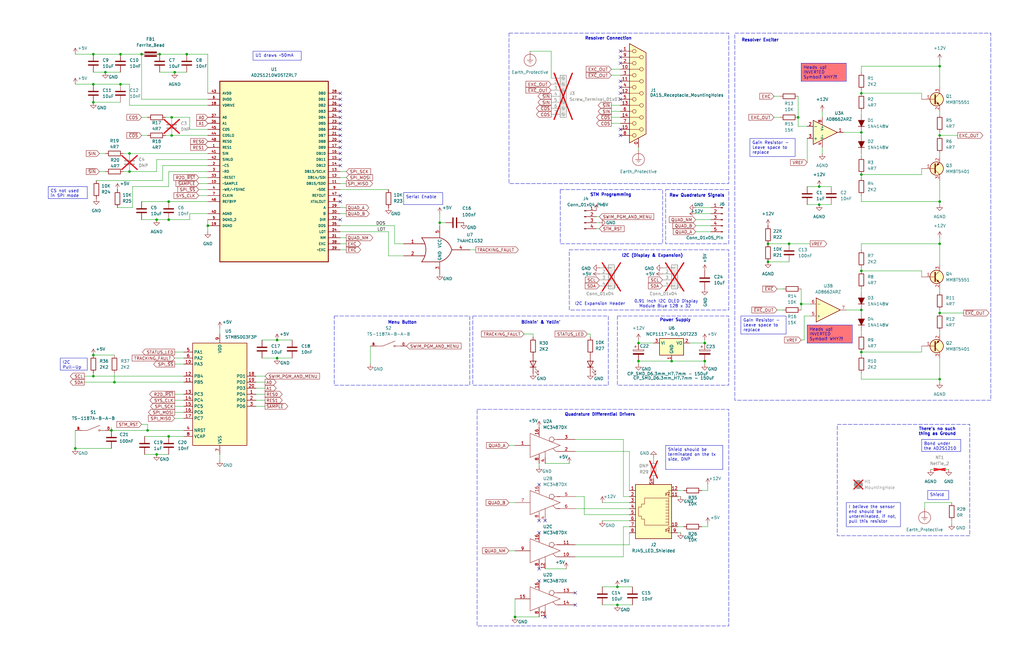
<source format=kicad_sch>
(kicad_sch (version 20231120) (generator "eeschema") (generator_version "8.0")
  (paper "USLedger")
  (junction (at 396.24 27.94))
  (junction (at 269.24 144.78))
  (junction (at 363.22 114.3))
  (junction (at 39.37 43.18))
  (junction (at 297.18 152.4))
  (junction (at 363.22 39.37))
  (junction (at 54.61 64.77))
  (junction (at 396.24 160.02))
  (junction (at 72.39 49.53))
  (junction (at 363.22 148.59))
  (junction (at 116.84 143.51))
  (junction (at 62.23 181.61))
  (junction (at 54.61 72.39))
  (junction (at 73.66 30.48))
  (junction (at 269.24 152.4))
  (junction (at 323.85 110.49))
  (junction (at 332.74 102.87))
  (junction (at 396.24 57.15))
  (junction (at 363.22 73.66))
  (junction (at 337.82 128.27))
  (junction (at 363.22 130.81))
  (junction (at 67.31 22.86))
  (junction (at 66.04 191.77))
  (junction (at 39.37 149.86))
  (junction (at 345.44 78.74))
  (junction (at 260.35 255.27))
  (junction (at 71.12 85.09))
  (junction (at 59.69 22.86))
  (junction (at 363.22 55.88))
  (junction (at 396.24 102.87))
  (junction (at 46.99 181.61))
  (junction (at 39.37 158.75))
  (junction (at 283.21 152.4))
  (junction (at 87.63 95.25))
  (junction (at 396.24 85.09))
  (junction (at 71.12 184.15))
  (junction (at 50.8 35.56))
  (junction (at 185.42 93.98))
  (junction (at 396.24 132.08))
  (junction (at 323.85 102.87))
  (junction (at 260.35 247.65))
  (junction (at 72.39 57.15))
  (junction (at 345.44 86.36))
  (junction (at 297.18 144.78))
  (junction (at 71.12 92.71))
  (junction (at 66.04 92.71))
  (junction (at 39.37 22.86))
  (junction (at 116.84 151.13))
  (junction (at 39.37 35.56))
  (junction (at 217.17 260.35))
  (junction (at 78.74 22.86))
  (junction (at 48.26 161.29))
  (junction (at 31.75 189.23))
  (junction (at 50.8 22.86))
  (junction (at 44.45 30.48))
  (junction (at 336.55 49.53))
  (no_connect (at 227.33 224.79))
  (no_connect (at 143.51 59.69))
  (no_connect (at 143.51 69.85))
  (no_connect (at 227.33 204.47))
  (no_connect (at 143.51 82.55))
  (no_connect (at 227.33 245.11))
  (no_connect (at 227.33 219.71))
  (no_connect (at 143.51 46.99))
  (no_connect (at 242.57 250.19))
  (no_connect (at 143.51 54.61))
  (no_connect (at 227.33 240.03))
  (no_connect (at 143.51 52.07))
  (no_connect (at 143.51 92.71))
  (no_connect (at 261.62 26.67))
  (no_connect (at 261.62 21.59))
  (no_connect (at 143.51 67.31))
  (no_connect (at 143.51 49.53))
  (no_connect (at 242.57 255.27))
  (no_connect (at 143.51 41.91))
  (no_connect (at 229.87 219.71))
  (no_connect (at 261.62 34.29))
  (no_connect (at 143.51 57.15))
  (no_connect (at 261.62 41.91))
  (no_connect (at 261.62 54.61))
  (no_connect (at 261.62 39.37))
  (no_connect (at 143.51 39.37))
  (no_connect (at 143.51 85.09))
  (no_connect (at 261.62 36.83))
  (no_connect (at 261.62 57.15))
  (no_connect (at 143.51 44.45))
  (no_connect (at 143.51 64.77))
  (no_connect (at 261.62 24.13))
  (no_connect (at 229.87 260.35))
  (no_connect (at 143.51 62.23))
  (wire (pts (xy 156.21 146.05) (xy 156.21 153.67)))
  (wire (pts (xy 396.24 76.2) (xy 396.24 85.09)))
  (wire (pts (xy 262.89 222.25) (xy 265.43 222.25)))
  (wire (pts (xy 54.61 35.56) (xy 50.8 35.56)))
  (wire (pts (xy 269.24 63.5) (xy 269.24 62.23)))
  (wire (pts (xy 327.66 121.92) (xy 330.2 121.92)))
  (wire (pts (xy 262.89 185.42) (xy 262.89 209.55)))
  (wire (pts (xy 363.22 74.93) (xy 363.22 73.66)))
  (wire (pts (xy 254 255.27) (xy 260.35 255.27)))
  (wire (pts (xy 39.37 149.86) (xy 48.26 149.86)))
  (wire (pts (xy 396.24 27.94) (xy 396.24 36.83)))
  (wire (pts (xy 363.22 27.94) (xy 396.24 27.94)))
  (wire (pts (xy 257.81 46.99) (xy 261.62 46.99)))
  (wire (pts (xy 39.37 22.86) (xy 50.8 22.86)))
  (wire (pts (xy 232.41 21.59) (xy 232.41 33.02)))
  (wire (pts (xy 67.31 22.86) (xy 78.74 22.86)))
  (wire (pts (xy 143.51 72.39) (xy 146.05 72.39)))
  (wire (pts (xy 388.62 148.59) (xy 363.22 148.59)))
  (wire (pts (xy 363.22 160.02) (xy 396.24 160.02)))
  (wire (pts (xy 323.85 110.49) (xy 332.74 110.49)))
  (wire (pts (xy 293.37 87.63) (xy 299.72 87.63)))
  (wire (pts (xy 35.56 158.75) (xy 39.37 158.75)))
  (wire (pts (xy 340.36 68.58) (xy 340.36 58.42)))
  (wire (pts (xy 339.09 133.35) (xy 341.63 133.35)))
  (wire (pts (xy 265.43 219.71) (xy 254 219.71)))
  (wire (pts (xy 68.58 76.2) (xy 40.64 76.2)))
  (wire (pts (xy 332.74 102.87) (xy 341.63 102.87)))
  (wire (pts (xy 73.66 153.67) (xy 77.47 153.67)))
  (wire (pts (xy 83.82 80.01) (xy 87.63 80.01)))
  (wire (pts (xy 355.6 55.88) (xy 363.22 55.88)))
  (wire (pts (xy 67.31 30.48) (xy 73.66 30.48)))
  (wire (pts (xy 396.24 132.08) (xy 396.24 130.81)))
  (wire (pts (xy 46.99 181.61) (xy 62.23 181.61)))
  (wire (pts (xy 363.22 105.41) (xy 363.22 102.87)))
  (wire (pts (xy 214.63 212.09) (xy 217.17 212.09)))
  (wire (pts (xy 66.04 72.39) (xy 54.61 72.39)))
  (wire (pts (xy 262.89 222.25) (xy 262.89 234.95)))
  (wire (pts (xy 295.91 222.25) (xy 298.45 222.25)))
  (wire (pts (xy 248.92 140.97) (xy 248.92 142.24)))
  (wire (pts (xy 345.44 78.74) (xy 350.52 78.74)))
  (wire (pts (xy 363.22 102.87) (xy 396.24 102.87)))
  (wire (pts (xy 388.62 146.05) (xy 388.62 148.59)))
  (wire (pts (xy 73.66 171.45) (xy 77.47 171.45)))
  (wire (pts (xy 187.96 93.98) (xy 185.42 93.98)))
  (wire (pts (xy 247.65 140.97) (xy 248.92 140.97)))
  (wire (pts (xy 363.22 132.08) (xy 363.22 130.81)))
  (wire (pts (xy 269.24 143.51) (xy 269.24 144.78)))
  (wire (pts (xy 92.71 194.31) (xy 92.71 191.77)))
  (wire (pts (xy 217.17 252.73) (xy 217.17 260.35)))
  (wire (pts (xy 389.89 214.63) (xy 389.89 212.09)))
  (wire (pts (xy 326.39 49.53) (xy 328.93 49.53)))
  (wire (pts (xy 166.37 95.25) (xy 166.37 102.87)))
  (wire (pts (xy 326.39 40.64) (xy 328.93 40.64)))
  (wire (pts (xy 71.12 85.09) (xy 87.63 85.09)))
  (wire (pts (xy 111.76 168.91) (xy 107.95 168.91)))
  (wire (pts (xy 269.24 153.67) (xy 269.24 152.4)))
  (wire (pts (xy 396.24 85.09) (xy 396.24 86.36)))
  (wire (pts (xy 143.51 74.93) (xy 146.05 74.93)))
  (wire (pts (xy 55.88 87.63) (xy 55.88 78.74)))
  (wire (pts (xy 285.75 224.79) (xy 287.02 224.79)))
  (wire (pts (xy 293.37 95.25) (xy 299.72 95.25)))
  (wire (pts (xy 60.96 191.77) (xy 66.04 191.77)))
  (wire (pts (xy 260.35 255.27) (xy 266.7 255.27)))
  (wire (pts (xy 227.33 196.85) (xy 227.33 195.58)))
  (wire (pts (xy 214.63 232.41) (xy 217.17 232.41)))
  (wire (pts (xy 298.45 207.01) (xy 295.91 207.01)))
  (wire (pts (xy 396.24 66.04) (xy 396.24 64.77)))
  (wire (pts (xy 55.88 78.74) (xy 71.12 78.74)))
  (wire (pts (xy 185.42 93.98) (xy 185.42 95.25)))
  (wire (pts (xy 111.76 171.45) (xy 107.95 171.45)))
  (wire (pts (xy 254 247.65) (xy 260.35 247.65)))
  (wire (pts (xy 388.62 41.91) (xy 388.62 39.37)))
  (wire (pts (xy 143.51 100.33) (xy 146.05 100.33)))
  (wire (pts (xy 257.81 44.45) (xy 261.62 44.45)))
  (wire (pts (xy 87.63 22.86) (xy 87.63 39.37)))
  (wire (pts (xy 73.66 168.91) (xy 77.47 168.91)))
  (wire (pts (xy 340.36 86.36) (xy 345.44 86.36)))
  (wire (pts (xy 110.49 151.13) (xy 116.84 151.13)))
  (wire (pts (xy 396.24 102.87) (xy 396.24 111.76)))
  (wire (pts (xy 163.83 97.79) (xy 163.83 107.95)))
  (wire (pts (xy 87.63 90.17) (xy 80.01 90.17)))
  (wire (pts (xy 363.22 121.92) (xy 363.22 123.19)))
  (wire (pts (xy 69.85 57.15) (xy 72.39 57.15)))
  (wire (pts (xy 71.12 72.39) (xy 87.63 72.39)))
  (wire (pts (xy 49.53 87.63) (xy 55.88 87.63)))
  (wire (pts (xy 363.22 113.03) (xy 363.22 114.3)))
  (wire (pts (xy 68.58 69.85) (xy 68.58 76.2)))
  (wire (pts (xy 59.69 41.91) (xy 87.63 41.91)))
  (wire (pts (xy 392.43 198.12) (xy 393.7 198.12)))
  (wire (pts (xy 71.12 184.15) (xy 77.47 184.15)))
  (wire (pts (xy 185.42 90.17) (xy 185.42 93.98)))
  (wire (pts (xy 39.37 157.48) (xy 39.37 158.75)))
  (wire (pts (xy 87.63 92.71) (xy 87.63 95.25)))
  (wire (pts (xy 396.24 132.08) (xy 406.4 132.08)))
  (wire (pts (xy 363.22 85.09) (xy 396.24 85.09)))
  (wire (pts (xy 269.24 144.78) (xy 275.59 144.78)))
  (wire (pts (xy 345.44 86.36) (xy 350.52 86.36)))
  (wire (pts (xy 73.66 173.99) (xy 77.47 173.99)))
  (wire (pts (xy 116.84 151.13) (xy 123.19 151.13)))
  (wire (pts (xy 87.63 95.25) (xy 87.63 97.79)))
  (wire (pts (xy 260.35 247.65) (xy 266.7 247.65)))
  (wire (pts (xy 396.24 151.13) (xy 396.24 160.02)))
  (wire (pts (xy 143.51 87.63) (xy 146.05 87.63)))
  (wire (pts (xy 290.83 144.78) (xy 297.18 144.78)))
  (wire (pts (xy 396.24 100.33) (xy 396.24 102.87)))
  (wire (pts (xy 54.61 64.77) (xy 52.07 64.77)))
  (wire (pts (xy 388.62 73.66) (xy 363.22 73.66)))
  (wire (pts (xy 31.75 189.23) (xy 46.99 189.23)))
  (wire (pts (xy 48.26 157.48) (xy 48.26 161.29)))
  (wire (pts (xy 257.81 29.21) (xy 261.62 29.21)))
  (wire (pts (xy 59.69 179.07) (xy 62.23 179.07)))
  (wire (pts (xy 363.22 38.1) (xy 363.22 39.37)))
  (wire (pts (xy 327.66 130.81) (xy 330.2 130.81)))
  (wire (pts (xy 62.23 181.61) (xy 77.47 181.61)))
  (wire (pts (xy 78.74 22.86) (xy 87.63 22.86)))
  (wire (pts (xy 269.24 152.4) (xy 283.21 152.4)))
  (wire (pts (xy 336.55 40.64) (xy 336.55 49.53)))
  (wire (pts (xy 336.55 53.34) (xy 340.36 53.34)))
  (wire (pts (xy 246.38 217.17) (xy 265.43 217.17)))
  (wire (pts (xy 163.83 107.95) (xy 170.18 107.95)))
  (wire (pts (xy 83.82 82.55) (xy 87.63 82.55)))
  (wire (pts (xy 337.82 128.27) (xy 337.82 121.92)))
  (wire (pts (xy 41.91 64.77) (xy 44.45 64.77)))
  (wire (pts (xy 293.37 92.71) (xy 299.72 92.71)))
  (wire (pts (xy 298.45 204.47) (xy 298.45 207.01)))
  (wire (pts (xy 396.24 25.4) (xy 396.24 27.94)))
  (wire (pts (xy 62.23 179.07) (xy 62.23 181.61)))
  (wire (pts (xy 293.37 90.17) (xy 299.72 90.17)))
  (wire (pts (xy 265.43 229.87) (xy 265.43 224.79)))
  (wire (pts (xy 59.69 57.15) (xy 62.23 57.15)))
  (wire (pts (xy 80.01 90.17) (xy 80.01 92.71)))
  (wire (pts (xy 396.24 57.15) (xy 396.24 55.88)))
  (wire (pts (xy 66.04 191.77) (xy 71.12 191.77)))
  (wire (pts (xy 59.69 22.86) (xy 59.69 41.91)))
  (wire (pts (xy 223.52 21.59) (xy 232.41 21.59)))
  (wire (pts (xy 73.66 30.48) (xy 78.74 30.48)))
  (wire (pts (xy 285.75 222.25) (xy 288.29 222.25)))
  (wire (pts (xy 92.71 138.43) (xy 92.71 140.97)))
  (wire (pts (xy 363.22 82.55) (xy 363.22 85.09)))
  (wire (pts (xy 298.45 220.98) (xy 298.45 222.25)))
  (wire (pts (xy 73.66 166.37) (xy 77.47 166.37)))
  (wire (pts (xy 107.95 158.75) (xy 111.76 158.75)))
  (wire (pts (xy 224.79 140.97) (xy 224.79 142.24)))
  (wire (pts (xy 80.01 54.61) (xy 80.01 49.53)))
  (wire (pts (xy 251.46 91.44) (xy 252.73 91.44)))
  (wire (pts (xy 363.22 157.48) (xy 363.22 160.02)))
  (wire (pts (xy 339.09 143.51) (xy 339.09 133.35)))
  (wire (pts (xy 80.01 49.53) (xy 72.39 49.53)))
  (wire (pts (xy 31.75 22.86) (xy 39.37 22.86)))
  (wire (pts (xy 346.71 46.99) (xy 346.71 49.53)))
  (wire (pts (xy 59.69 49.53) (xy 62.23 49.53)))
  (wire (pts (xy 73.66 151.13) (xy 77.47 151.13)))
  (wire (pts (xy 111.76 163.83) (xy 107.95 163.83)))
  (wire (pts (xy 275.59 193.04) (xy 275.59 194.31)))
  (wire (pts (xy 363.22 140.97) (xy 363.22 139.7)))
  (wire (pts (xy 143.51 95.25) (xy 166.37 95.25)))
  (wire (pts (xy 39.37 158.75) (xy 77.47 158.75)))
  (wire (pts (xy 337.82 128.27) (xy 341.63 128.27)))
  (wire (pts (xy 116.84 143.51) (xy 123.19 143.51)))
  (wire (pts (xy 80.01 92.71) (xy 71.12 92.71)))
  (wire (pts (xy 242.57 234.95) (xy 262.89 234.95)))
  (wire (pts (xy 31.75 35.56) (xy 39.37 35.56)))
  (wire (pts (xy 54.61 64.77) (xy 87.63 64.77)))
  (wire (pts (xy 87.63 69.85) (xy 68.58 69.85)))
  (wire (pts (xy 396.24 160.02) (xy 396.24 161.29)))
  (wire (pts (xy 246.38 209.55) (xy 246.38 217.17)))
  (wire (pts (xy 87.63 67.31) (xy 66.04 67.31)))
  (wire (pts (xy 31.75 189.23) (xy 31.75 181.61)))
  (wire (pts (xy 242.57 214.63) (xy 265.43 214.63)))
  (wire (pts (xy 35.56 161.29) (xy 48.26 161.29)))
  (wire (pts (xy 71.12 78.74) (xy 71.12 72.39)))
  (wire (pts (xy 283.21 152.4) (xy 297.18 152.4)))
  (wire (pts (xy 60.96 184.15) (xy 71.12 184.15)))
  (wire (pts (xy 396.24 123.19) (xy 396.24 121.92)))
  (wire (pts (xy 59.69 85.09) (xy 71.12 85.09)))
  (wire (pts (xy 293.37 97.79) (xy 299.72 97.79)))
  (wire (pts (xy 388.62 116.84) (xy 388.62 114.3)))
  (wire (pts (xy 229.87 240.03) (xy 238.76 240.03)))
  (wire (pts (xy 198.12 105.41) (xy 200.66 105.41)))
  (wire (pts (xy 323.85 102.87) (xy 332.74 102.87)))
  (wire (pts (xy 214.63 187.96) (xy 217.17 187.96)))
  (wire (pts (xy 111.76 166.37) (xy 107.95 166.37)))
  (wire (pts (xy 143.51 102.87) (xy 146.05 102.87)))
  (wire (pts (xy 388.62 71.12) (xy 388.62 73.66)))
  (wire (pts (xy 66.04 92.71) (xy 71.12 92.71)))
  (wire (pts (xy 54.61 35.56) (xy 54.61 44.45)))
  (wire (pts (xy 39.37 43.18) (xy 50.8 43.18)))
  (wire (pts (xy 340.36 78.74) (xy 345.44 78.74)))
  (wire (pts (xy 401.32 220.98) (xy 401.32 219.71)))
  (wire (pts (xy 363.22 149.86) (xy 363.22 148.59)))
  (wire (pts (xy 288.29 207.01) (xy 285.75 207.01)))
  (wire (pts (xy 229.87 195.58) (xy 240.03 195.58)))
  (wire (pts (xy 72.39 49.53) (xy 69.85 49.53)))
  (wire (pts (xy 143.51 77.47) (xy 146.05 77.47)))
  (wire (pts (xy 242.57 229.87) (xy 265.43 229.87)))
  (wire (pts (xy 46.99 180.34) (xy 46.99 181.61)))
  (wire (pts (xy 220.98 140.97) (xy 224.79 140.97)))
  (wire (pts (xy 143.51 97.79) (xy 163.83 97.79)))
  (wire (pts (xy 297.18 143.51) (xy 297.18 144.78)))
  (wire (pts (xy 72.39 57.15) (xy 87.63 57.15)))
  (wire (pts (xy 337.82 128.27) (xy 337.82 130.81)))
  (wire (pts (xy 111.76 161.29) (xy 107.95 161.29)))
  (wire (pts (xy 389.89 212.09) (xy 401.32 212.09)))
  (wire (pts (xy 242.57 209.55) (xy 246.38 209.55)))
  (wire (pts (xy 44.45 30.48) (xy 50.8 30.48)))
  (wire (pts (xy 265.43 190.5) (xy 265.43 207.01)))
  (wire (pts (xy 336.55 53.34) (xy 336.55 49.53)))
  (wire (pts (xy 363.22 57.15) (xy 363.22 55.88)))
  (wire (pts (xy 166.37 102.87) (xy 170.18 102.87)))
  (wire (pts (xy 217.17 260.35) (xy 227.33 260.35)))
  (wire (pts (xy 39.37 35.56) (xy 50.8 35.56)))
  (wire (pts (xy 87.63 54.61) (xy 80.01 54.61)))
  (wire (pts (xy 66.04 67.31) (xy 66.04 72.39)))
  (wire (pts (xy 73.66 176.53) (xy 77.47 176.53)))
  (wire (pts (xy 337.82 143.51) (xy 339.09 143.51)))
  (wire (pts (xy 59.69 92.71) (xy 66.04 92.71)))
  (wire (pts (xy 346.71 62.23) (xy 346.71 64.77)))
  (wire (pts (xy 297.18 153.67) (xy 297.18 152.4)))
  (wire (pts (xy 287.02 209.55) (xy 285.75 209.55)))
  (wire (pts (xy 388.62 39.37) (xy 363.22 39.37)))
  (wire (pts (xy 396.24 48.26) (xy 396.24 46.99)))
  (wire (pts (xy 87.63 44.45) (xy 54.61 44.45)))
  (wire (pts (xy 143.51 105.41) (xy 146.05 105.41)))
  (wire (pts (xy 41.91 72.39) (xy 44.45 72.39)))
  (wire (pts (xy 48.26 161.29) (xy 77.47 161.29)))
  (wire (pts (xy 257.81 52.07) (xy 261.62 52.07)))
  (wire (pts (xy 110.49 143.51) (xy 116.84 143.51)))
  (wire (pts (xy 143.51 80.01) (xy 163.83 80.01)))
  (wire (pts (xy 52.07 72.39) (xy 54.61 72.39)))
  (wire (pts (xy 257.81 31.75) (xy 261.62 31.75)))
  (wire (pts (xy 254 212.09) (xy 265.43 212.09)))
  (wire (pts (xy 73.66 148.59) (xy 77.47 148.59)))
  (wire (pts (xy 251.46 96.52) (xy 252.73 96.52)))
  (wire (pts (xy 398.78 198.12) (xy 400.05 198.12)))
  (wire (pts (xy 396.24 57.15) (xy 403.86 57.15)))
  (wire (pts (xy 83.82 77.47) (xy 87.63 77.47)))
  (wire (pts (xy 262.89 209.55) (xy 265.43 209.55)))
  (wire (pts (xy 396.24 140.97) (xy 396.24 139.7)))
  (wire (pts (xy 242.57 190.5) (xy 265.43 190.5)))
  (wire (pts (xy 83.82 74.93) (xy 87.63 74.93)))
  (wire (pts (xy 143.51 90.17) (xy 146.05 90.17)))
  (wire (pts (xy 257.81 49.53) (xy 261.62 49.53)))
  (wire (pts (xy 363.22 46.99) (xy 363.22 48.26)))
  (wire (pts (xy 242.57 185.42) (xy 262.89 185.42)))
  (wire (pts (xy 363.22 30.48) (xy 363.22 27.94)))
  (wire (pts (xy 59.69 22.86) (xy 50.8 22.86)))
  (wire (pts (xy 44.45 30.48) (xy 39.37 30.48)))
  (wire (pts (xy 388.62 114.3) (xy 363.22 114.3)))
  (wire (pts (xy 251.46 93.98) (xy 252.73 93.98)))
  (wire (pts (xy 356.87 130.81) (xy 363.22 130.81)))
  (wire (pts (xy 363.22 66.04) (xy 363.22 64.77)))
  (text_box "" (at 214.63 13.97 0) (size 92.71 63.5) (stroke (width 0) (type dash)) (effects (font (size 1.27 1.27)) (justify left top)))
  (text_box "" (at 199.39 133.35 0) (size 57.15 29.21) (stroke (width 0) (type dash)) (effects (font (size 1.27 1.27)) (justify left top)))
  (text_box "I2C Pull-Up" (at 25.4 151.13 0) (size 11.43 5.08) (effects (font (size 1.27 1.27)) (justify left top)))
  (text_box "Bond under the AD2S1210" (at 388.62 185.42 0) (size 16.51 5.08) (effects (font (size 1.27 1.27)) (justify left top)))
  (text_box "Gain Resistor - Leave space to replace" (at 316.23 58.42 0) (size 19.05 7.62) (effects (font (size 1.27 1.27)) (justify left top)))
  (text_box "Heads up! INVERTED Symbol! WHY?!" (at 340.36 137.16 0) (size 19.05 7.62) (fill (type color) (color 255 117 121 1)) (effects (font (size 1.27 1.27)) (justify left top)))
  (text_box "Gain Resistor - Leave space to replace" (at 312.42 133.35 0) (size 19.05 7.62) (effects (font (size 1.27 1.27)) (justify left top)))
  (text_box "" (at 309.88 13.97 0) (size 107.95 154.94) (stroke (width 0) (type dash)) (effects (font (size 1.27 1.27)) (justify left top)))
  (text_box "" (at 260.35 133.35 0) (size 46.99 29.21) (stroke (width 0) (type dash)) (effects (font (size 1.27 1.27)) (justify left top)))
  (text_box "CS not used in SPI mode" (at 20.32 78.74 0) (size 16.51 5.08) (effects (font (size 1.27 1.27)) (justify left top)))
  (text_box "Shield should be terminated on the tx side, DNP" (at 280.67 187.96 0) (size 24.13 10.16) (effects (font (size 1.27 1.27)) (justify left top)))
  (text_box "Heads up! INVERTED Symbol! WHY?!" (at 337.82 26.67 0) (size 19.05 7.62) (fill (type color) (color 255 117 121 1)) (effects (font (size 1.27 1.27)) (justify left top)))
  (text_box "I believe the sensor end should be unterminated, if not, pull this resistor" (at 356.87 212.09 0) (size 22.86 10.16) (effects (font (size 1.27 1.27)) (justify left top)))
  (text_box "" (at 280.67 80.01 0) (size 26.67 22.86) (stroke (width 0) (type dash)) (effects (font (size 1.27 1.27)) (justify left top)))
  (text_box "Shield" (at 391.16 207.01 0) (size 8.89 3.81) (effects (font (size 1.27 1.27)) (justify left top)))
  (text_box "U1 draws ~50mA" (at 106.68 21.59 0) (size 20.32 3.81) (effects (font (size 1.27 1.27)) (justify left top)))
  (text_box "" (at 201.168 172.72 0) (size 106.172 91.44) (stroke (width 0) (type dash)) (effects (font (size 1.27 1.27)) (justify left top)))
  (text_box "" (at 140.97 133.35 0) (size 57.15 29.21) (stroke (width 0) (type dash)) (effects (font (size 1.27 1.27)) (justify left top)))
  (text_box "" (at 240.03 105.41 0) (size 67.31 25.4) (stroke (width 0) (type dash)) (effects (font (size 1.27 1.27)) (justify left top)))
  (text_box "" (at 353.06 179.07 0) (size 55.88 46.99) (stroke (width 0) (type dash)) (effects (font (size 1.27 1.27)) (justify left top)))
  (text_box "" (at 236.22 80.01 0) (size 43.18 22.86) (stroke (width 0) (type dash)) (effects (font (size 1.27 1.27)) (justify left top)))
  (text_box "Serial Enable" (at 170.18 81.28 0) (size 16.51 5.08) (effects (font (size 1.27 1.27)) (justify left top)))
  (text "I2C Expansion Header" (at 252.984 128.27 0) (effects (font (size 1.27 1.27))))
  (text "Power Supply" (at 284.734 135.128 0) (effects (font (size 1.27 1.27) (thickness 0.254) (bold yes))))
  (text "Quadrature Differential Drivers" (at 252.984 175.006 0) (effects (font (size 1.27 1.27) (thickness 0.254) (bold yes))))
  (text "Blinkin' & Yellin'" (at 228.092 136.144 0) (effects (font (size 1.27 1.27) (thickness 0.254) (bold yes))))
  (text "STM Programming" (at 257.556 82.296 0) (effects (font (size 1.27 1.27) (thickness 0.254) (bold yes))))
  (text "Raw Quadrature Signals" (at 293.878 82.55 0) (effects (font (size 1.27 1.27) (thickness 0.254) (bold yes))))
  (text "Resolver Connection" (at 256.54 16.256 0) (effects (font (size 1.27 1.27) (thickness 0.254) (bold yes))))
  (text "Resolver Exciter" (at 320.548 17.018 0) (effects (font (size 1.27 1.27) (thickness 0.254) (bold yes))))
  (text "I2C (Display & Expansion)" (at 275.082 107.95 0) (effects (font (size 1.27 1.27) (thickness 0.254) (bold yes))))
  (text "There's no such\nthing as Ground" (at 395.224 182.118 0) (effects (font (size 1.27 1.27) (thickness 0.254) (bold yes))))
  (text "Menu Button" (at 169.672 136.144 0) (effects (font (size 1.27 1.27) (thickness 0.254) (bold yes))))
  (text "0.91 Inch I2C OLED Display\nModule Blue 128 x 32 " (at 280.924 128.27 0) (effects (font (size 1.27 1.27))))
  (label "DOS" (at 162.56 95.25 180))
  (label "LOT" (at 162.56 97.79 180))
  (global_label "SDA" (shape input) (at 252.73 120.65 180) (property "Intersheetrefs" "${INTERSHEET_REFS}" (effects (hide yes))))
  (global_label "QUAD_NM" (shape input) (at 214.63 232.41 180) (property "Intersheetrefs" "${INTERSHEET_REFS}" (effects (hide yes))))
  (global_label "~{EXC}_OUT" (shape input) (at 232.41 38.1 180) (property "Intersheetrefs" "${INTERSHEET_REFS}" (effects (hide yes))))
  (global_label "QUAD_B" (shape input) (at 214.63 212.09 180) (property "Intersheetrefs" "${INTERSHEET_REFS}" (effects (hide yes))))
  (global_label "TRACKING_FAULT" (shape input) (at 220.98 140.97 180) (property "Intersheetrefs" "${INTERSHEET_REFS}" (effects (hide yes))))
  (global_label "SCL" (shape input) (at 279.4 118.11 180) (property "Intersheetrefs" "${INTERSHEET_REFS}" (effects (hide yes))))
  (global_label "SIN" (shape input) (at 41.91 64.77 180) (property "Intersheetrefs" "${INTERSHEET_REFS}" (effects (hide yes))))
  (global_label "QUAD_B" (shape output) (at 146.05 90.17 0) (property "Intersheetrefs" "${INTERSHEET_REFS}" (effects (hide yes))))
  (global_label "QUAD_NM" (shape input) (at 293.37 92.71 180) (property "Intersheetrefs" "${INTERSHEET_REFS}" (effects (hide yes))))
  (global_label "~{EXC}" (shape output) (at 146.05 105.41 0) (property "Intersheetrefs" "${INTERSHEET_REFS}" (effects (hide yes))))
  (global_label "QUAD_A" (shape input) (at 214.63 187.96 180) (property "Intersheetrefs" "${INTERSHEET_REFS}" (effects (hide yes))))
  (global_label "SWIM_PGM_AND_MENU" (shape input) (at 171.45 146.05 0) (property "Intersheetrefs" "${INTERSHEET_REFS}" (effects (hide yes))))
  (global_label "SWIM_PGM_AND_MENU" (shape input) (at 252.73 91.44 0) (property "Intersheetrefs" "${INTERSHEET_REFS}" (effects (hide yes))))
  (global_label "A1" (shape output) (at 111.76 163.83 0) (property "Intersheetrefs" "${INTERSHEET_REFS}" (effects (hide yes))))
  (global_label "RES1" (shape input) (at 87.63 62.23 180) (property "Intersheetrefs" "${INTERSHEET_REFS}" (effects (hide yes))))
  (global_label "SPI_MISO" (shape input) (at 73.66 176.53 180) (property "Intersheetrefs" "${INTERSHEET_REFS}" (effects (hide yes))))
  (global_label "RES1" (shape output) (at 111.76 168.91 0) (property "Intersheetrefs" "${INTERSHEET_REFS}" (effects (hide yes))))
  (global_label "QUAD_B" (shape input) (at 293.37 95.25 180) (property "Intersheetrefs" "${INTERSHEET_REFS}" (effects (hide yes))))
  (global_label "~{COS}" (shape output) (at 232.41 45.72 180) (property "Intersheetrefs" "${INTERSHEET_REFS}" (effects (hide yes))))
  (global_label "~{SAMPLE}" (shape output) (at 111.76 171.45 0) (property "Intersheetrefs" "${INTERSHEET_REFS}" (effects (hide yes))))
  (global_label "SPI_SCK" (shape output) (at 73.66 171.45 180) (property "Intersheetrefs" "${INTERSHEET_REFS}" (effects (hide yes))))
  (global_label "~{SIN}" (shape output) (at 232.41 40.64 180) (property "Intersheetrefs" "${INTERSHEET_REFS}" (effects (hide yes))))
  (global_label "QUAD_A" (shape output) (at 146.05 87.63 0) (property "Intersheetrefs" "${INTERSHEET_REFS}" (effects (hide yes))))
  (global_label "A0" (shape output) (at 111.76 161.29 0) (property "Intersheetrefs" "${INTERSHEET_REFS}" (effects (hide yes))))
  (global_label "~{COS}" (shape output) (at 257.81 49.53 180) (property "Intersheetrefs" "${INTERSHEET_REFS}" (effects (hide yes))))
  (global_label "RES0" (shape input) (at 87.63 59.69 180) (property "Intersheetrefs" "${INTERSHEET_REFS}" (effects (hide yes))))
  (global_label "SIN" (shape output) (at 257.81 46.99 180) (property "Intersheetrefs" "${INTERSHEET_REFS}" (effects (hide yes))))
  (global_label "QUAD_NM" (shape output) (at 146.05 100.33 0) (property "Intersheetrefs" "${INTERSHEET_REFS}" (effects (hide yes))))
  (global_label "SPI_SCK" (shape input) (at 146.05 72.39 0) (property "Intersheetrefs" "${INTERSHEET_REFS}" (effects (hide yes))))
  (global_label "R2D_~{RST}" (shape output) (at 73.66 166.37 180) (property "Intersheetrefs" "${INTERSHEET_REFS}" (effects (hide yes))))
  (global_label "VREF" (shape input) (at 337.82 143.51 180) (property "Intersheetrefs" "${INTERSHEET_REFS}" (effects (hide yes))))
  (global_label "~{EXC}_OUT" (shape input) (at 257.81 31.75 180) (property "Intersheetrefs" "${INTERSHEET_REFS}" (effects (hide yes))))
  (global_label "COS" (shape output) (at 257.81 52.07 180) (property "Intersheetrefs" "${INTERSHEET_REFS}" (effects (hide yes))))
  (global_label "R2D_~{RST}" (shape input) (at 83.82 74.93 180) (property "Intersheetrefs" "${INTERSHEET_REFS}" (effects (hide yes))))
  (global_label "SPI_~{SS}" (shape input) (at 83.82 80.01 180) (property "Intersheetrefs" "${INTERSHEET_REFS}" (effects (hide yes))))
  (global_label "~{SAMPLE}" (shape input) (at 83.82 77.47 180) (property "Intersheetrefs" "${INTERSHEET_REFS}" (effects (hide yes))))
  (global_label "SIN" (shape output) (at 232.41 43.18 180) (property "Intersheetrefs" "${INTERSHEET_REFS}" (effects (hide yes))))
  (global_label "~{EXC}_OUT" (shape input) (at 327.66 130.81 180) (property "Intersheetrefs" "${INTERSHEET_REFS}" (effects (hide yes))))
  (global_label "STM_RST" (shape input) (at 59.69 179.07 180) (property "Intersheetrefs" "${INTERSHEET_REFS}" (effects (hide yes))))
  (global_label "SPI_MOSI" (shape input) (at 146.05 74.93 0) (property "Intersheetrefs" "${INTERSHEET_REFS}" (effects (hide yes))))
  (global_label "~{COS}" (shape input) (at 59.69 57.15 180) (property "Intersheetrefs" "${INTERSHEET_REFS}" (effects (hide yes))))
  (global_label "STATUS_LED" (shape output) (at 73.66 148.59 180) (property "Intersheetrefs" "${INTERSHEET_REFS}" (effects (hide yes))))
  (global_label "~{EXC}" (shape input) (at 327.66 121.92 180) (property "Intersheetrefs" "${INTERSHEET_REFS}" (effects (hide yes))))
  (global_label "A0" (shape input) (at 87.63 49.53 180) (property "Intersheetrefs" "${INTERSHEET_REFS}" (effects (hide yes))))
  (global_label "STATUS_LED" (shape input) (at 247.65 140.97 180) (property "Intersheetrefs" "${INTERSHEET_REFS}" (effects (hide yes))))
  (global_label "EXC" (shape input) (at 326.39 40.64 180) (property "Intersheetrefs" "${INTERSHEET_REFS}" (effects (hide yes))))
  (global_label "TRACKING_FAULT" (shape output) (at 200.66 105.41 0) (property "Intersheetrefs" "${INTERSHEET_REFS}" (effects (hide yes))))
  (global_label "~{SIN}" (shape input) (at 41.91 72.39 180) (property "Intersheetrefs" "${INTERSHEET_REFS}" (effects (hide yes))))
  (global_label "SPI_MOSI" (shape output) (at 73.66 173.99 180) (property "Intersheetrefs" "${INTERSHEET_REFS}" (effects (hide yes))))
  (global_label "A1" (shape input) (at 87.63 52.07 180) (property "Intersheetrefs" "${INTERSHEET_REFS}" (effects (hide yes))))
  (global_label "COS" (shape input) (at 59.69 49.53 180) (property "Intersheetrefs" "${INTERSHEET_REFS}" (effects (hide yes))))
  (global_label "SYS_CLK" (shape output) (at 73.66 168.91 180) (property "Intersheetrefs" "${INTERSHEET_REFS}" (effects (hide yes))))
  (global_label "~{EXC}_OUT" (shape output) (at 406.4 132.08 0) (property "Intersheetrefs" "${INTERSHEET_REFS}" (effects (hide yes))))
  (global_label "SYS_CLK" (shape input) (at 83.82 82.55 180) (property "Intersheetrefs" "${INTERSHEET_REFS}" (effects (hide yes))))
  (global_label "~{SIN}" (shape output) (at 257.81 44.45 180) (property "Intersheetrefs" "${INTERSHEET_REFS}" (effects (hide yes))))
  (global_label "SPI_MISO" (shape output) (at 146.05 77.47 0) (property "Intersheetrefs" "${INTERSHEET_REFS}" (effects (hide yes))))
  (global_label "TRACKING_FAULT" (shape input) (at 73.66 151.13 180) (property "Intersheetrefs" "${INTERSHEET_REFS}" (effects (hide yes))))
  (global_label "EXC_OUT" (shape output) (at 403.86 57.15 0) (property "Intersheetrefs" "${INTERSHEET_REFS}" (effects (hide yes))))
  (global_label "VREF" (shape output) (at 341.63 102.87 0) (property "Intersheetrefs" "${INTERSHEET_REFS}" (effects (hide yes))))
  (global_label "RES0" (shape output) (at 111.76 166.37 0) (property "Intersheetrefs" "${INTERSHEET_REFS}" (effects (hide yes))))
  (global_label "SCL" (shape input) (at 252.73 118.11 180) (property "Intersheetrefs" "${INTERSHEET_REFS}" (effects (hide yes))))
  (global_label "STM_RST" (shape input) (at 252.73 96.52 0) (property "Intersheetrefs" "${INTERSHEET_REFS}" (effects (hide yes))))
  (global_label "SPI_~{SS}" (shape output) (at 73.66 153.67 180) (property "Intersheetrefs" "${INTERSHEET_REFS}" (effects (hide yes))))
  (global_label "EXC" (shape output) (at 146.05 102.87 0) (property "Intersheetrefs" "${INTERSHEET_REFS}" (effects (hide yes))))
  (global_label "EXC_OUT" (shape input) (at 257.81 29.21 180) (property "Intersheetrefs" "${INTERSHEET_REFS}" (effects (hide yes))))
  (global_label "COS" (shape output) (at 232.41 48.26 180) (property "Intersheetrefs" "${INTERSHEET_REFS}" (effects (hide yes))))
  (global_label "SDA" (shape input) (at 279.4 120.65 180) (property "Intersheetrefs" "${INTERSHEET_REFS}" (effects (hide yes))))
  (global_label "EXC_OUT" (shape input) (at 326.39 49.53 180) (property "Intersheetrefs" "${INTERSHEET_REFS}" (effects (hide yes))))
  (global_label "EXC_OUT" (shape input) (at 232.41 35.56 180) (property "Intersheetrefs" "${INTERSHEET_REFS}" (effects (hide yes))))
  (global_label "SDA" (shape output) (at 35.56 161.29 180) (property "Intersheetrefs" "${INTERSHEET_REFS}" (effects (hide yes))))
  (global_label "VREF" (shape input) (at 340.36 68.58 180) (property "Intersheetrefs" "${INTERSHEET_REFS}" (effects (hide yes))))
  (global_label "SWIM_PGM_AND_MENU" (shape input) (at 111.76 158.75 0) (property "Intersheetrefs" "${INTERSHEET_REFS}" (effects (hide yes))))
  (global_label "SCL" (shape output) (at 35.56 158.75 180) (property "Intersheetrefs" "${INTERSHEET_REFS}" (effects (hide yes))))
  (global_label "QUAD_A" (shape input) (at 293.37 97.79 180) (property "Intersheetrefs" "${INTERSHEET_REFS}" (effects (hide yes))))
  (symbol (lib_id "Resistor_AKL:R_0603") (at 292.1 222.25 90) (unit 1)
    (property "Reference" "R26" (at 292.1 225.298 90))
    (property "Value" "10K" (at 292.1 227.838 90))
    (property "Footprint" "Resistor_SMD_AKL:R_0603_1608Metric" (effects (hide yes)))
    (property "Description" "SMD 0603 Chip Resistor, European Symbol, Alternate KiCad Library" (effects (hide yes)))
    (property "LCSC" "C25804" (effects (hide yes)))
  )
  (symbol (lib_id "Device:LED") (at 248.92 153.67 90) (unit 1)
    (property "Reference" "D5" (effects (hide yes)))
    (property "Value" "LED" (effects (hide yes)))
    (property "Footprint" "LED_SMD:LED_0603_1608Metric" (effects (hide yes)))
    (property "Description" "Light emitting diode" (effects (hide yes)))
    (property "LCSC" "C2286" (effects (hide yes)))
  )
  (symbol (lib_id "power:GND") (at 275.59 193.04 180) (unit 1)
    (property "Reference" "#PWR038" (effects (hide yes)))
    (property "Value" "GND" (at 271.78 191.262 0))
    (property "Description" "Power symbol creates a global label with name \"GND\" , ground" (effects (hide yes)))
  )
  (symbol (lib_id "power:GND") (at 87.63 97.79 0) (unit 1)
    (property "Reference" "#PWR012" (effects (hide yes)))
    (property "Value" "GND" (at 87.63 102.87 0))
    (property "Description" "Power symbol creates a global label with name \"GND\" , ground" (effects (hide yes)))
  )
  (symbol (lib_id "Regulator_Linear:NCP1117-5.0_SOT223") (at 283.21 144.78 0) (unit 1)
    (property "Reference" "U6" (at 283.21 138.43 0))
    (property "Value" "NCP1117-5.0_SOT223" (at 283.21 140.97 0))
    (property "Footprint" "Package_TO_SOT_SMD:SOT-223-3_TabPin2" (effects (hide yes)))
    (property "Datasheet" "http://www.onsemi.com/pub_link/Collateral/NCP1117-D.PDF" (effects (hide yes)))
    (property "Description" "1A Low drop-out regulator, Fixed Output 5V, SOT-223" (effects (hide yes)))
    (property "LCSC" "C185806" (effects (hide yes)))
  )
  (symbol (lib_id "Capacitor_AKL:C_0603") (at 110.49 147.32 0) (unit 1)
    (property "Reference" "C17" (at 114.3 146.0499 0) (effects (justify left)))
    (property "Value" "10uF" (at 114.3 148.5899 0) (effects (justify left)))
    (property "Footprint" "Capacitor_SMD_AKL:C_0603_1608Metric" (effects (hide yes)))
    (property "Description" "SMD 0603 MLCC capacitor, Alternate KiCad Library" (effects (hide yes)))
    (property "LCSC" "C96446" (effects (hide yes)))
  )
  (symbol (lib_id "Capacitor_AKL:C_0603") (at 350.52 82.55 0) (unit 1)
    (property "Reference" "C2" (at 354.33 81.2799 0) (effects (justify left)))
    (property "Value" "10nF" (at 354.33 83.8199 0) (effects (justify left)))
    (property "Footprint" "Capacitor_SMD_AKL:C_0603_1608Metric" (effects (hide yes)))
    (property "Description" "SMD 0603 MLCC capacitor, Alternate KiCad Library" (effects (hide yes)))
    (property "LCSC" "C57112" (effects (hide yes)))
  )
  (symbol (lib_id "Resistor_AKL:R_0603") (at 39.37 153.67 0) (unit 1)
    (property "Reference" "R36" (at 41.91 152.3999 0) (effects (justify left)))
    (property "Value" "2K2" (at 41.91 154.9399 0) (effects (justify left)))
    (property "Footprint" "Resistor_SMD_AKL:R_0603_1608Metric" (effects (hide yes)))
    (property "Description" "SMD 0603 Chip Resistor, European Symbol, Alternate KiCad Library" (effects (hide yes)))
    (property "LCSC" "C4190" (effects (hide yes)))
  )
  (symbol (lib_id "Resistor_AKL:R_0603") (at 363.22 153.67 0) (unit 1)
    (property "Reference" "R10" (at 365.76 152.3999 0) (effects (justify left)))
    (property "Value" "2K2" (at 365.76 154.9399 0) (effects (justify left)))
    (property "Footprint" "Resistor_SMD_AKL:R_0603_1608Metric" (effects (hide yes)))
    (property "Description" "SMD 0603 Chip Resistor, European Symbol, Alternate KiCad Library" (effects (hide yes)))
    (property "LCSC" "C4190" (effects (hide yes)))
  )
  (symbol (lib_id "power:GND") (at 396.24 86.36 0) (unit 1)
    (property "Reference" "#PWR02" (effects (hide yes)))
    (property "Value" "AGND" (at 396.24 91.44 0))
    (property "Description" "Power symbol creates a global label with name \"GND\" , ground" (effects (hide yes)))
  )
  (symbol (lib_id "AD2S1210WDSTZRL7:AD2S1210WDSTZRL7") (at 115.57 69.85 0) (unit 1)
    (property "Reference" "U1" (at 115.57 29.21 0))
    (property "Value" "AD2S1210WDSTZRL7" (at 115.57 31.75 0))
    (property "Footprint" "AD2S1210WDSTZRL7:QFP50P900X900X160-48N" (effects (hide yes)))
    (property "MF" "Analog Devices" (effects (hide yes)))
    (property "Description_1" "\nVariable Resolution, 10-Bit to 16-Bit R/D Converter with Reference Oscillator\n" (effects (hide yes)))
    (property "PACKAGE" "LQFP-48" (effects (hide yes)))
    (property "MPN" "AD2S1210WDSTZRL7" (effects (hide yes)))
    (property "Price" "None" (effects (hide yes)))
    (property "Package" "LQFP -48 Analog Devices" (effects (hide yes)))
    (property "OC_FARNELL" "-" (effects (hide yes)))
    (property "SnapEDA_Link" "https://www.snapeda.com/parts/AD2S1210WDSTZRL7/Analog+Devices/view-part/?ref=snap" (effects (hide yes)))
    (property "MP" "AD2S1210WDSTZRL7" (effects (hide yes)))
    (property "Purchase-URL" "https://www.snapeda.com/api/url_track_click_mouser/?unipart_id=604300&manufacturer=Analog Devices&part_name=AD2S1210WDSTZRL7&search_term=None" (effects (hide yes)))
    (property "SUPPLIER" "Analog Devices" (effects (hide yes)))
    (property "OC_NEWARK" "63R9817" (effects (hide yes)))
    (property "Availability" "In Stock" (effects (hide yes)))
    (property "Check_prices" "https://www.snapeda.com/parts/AD2S1210WDSTZRL7/Analog+Devices/view-part/?ref=eda" (effects (hide yes)))
    (property "LCSC" "C459871" (effects (hide yes)))
  )
  (symbol (lib_id "power:+12V") (at 323.85 95.25 0) (unit 1)
    (property "Reference" "#PWR019" (effects (hide yes)))
    (property "Value" "+12V" (at 323.85 90.17 0))
    (property "Description" "Power symbol creates a global label with name \"+12V\"" (effects (hide yes)))
  )
  (symbol (lib_id "Transistor_BJT_AKL:MMBT5401") (at 393.7 146.05 0) (unit 1)
    (property "Reference" "Q2" (at 398.78 144.7799 0) (effects (justify left)))
    (property "Value" "MMBT5401" (at 398.78 147.3199 0) (effects (justify left)))
    (property "Footprint" "Package_TO_SOT_SMD_AKL:SOT-23" (effects (hide yes)))
    (property "Datasheet" "https://www.tme.eu/Document/b3f4bd644f07863ce5f561ee60aa955c/MMBT5401LT1G.PDF" (effects (hide yes)))
    (property "Description" "PNP SOT-23 transistor, 150V, 500mA, 225mW, Alternate KiCAD Library" (effects (hide yes)))
    (property "LCSC" "C8326" (effects (hide yes)))
  )
  (symbol (lib_id "power:GND") (at 156.21 153.67 0) (unit 1)
    (property "Reference" "#PWR059" (effects (hide yes)))
    (property "Value" "GND" (at 159.512 155.702 0))
    (property "Description" "Power symbol creates a global label with name \"GND\" , ground" (effects (hide yes)))
  )
  (symbol (lib_id "Capacitor_AKL:C_0603") (at 191.77 93.98 90) (unit 1)
    (property "Reference" "C16" (at 196.85 87.884 90))
    (property "Value" "100nF" (at 197.866 90.678 90))
    (property "Footprint" "Capacitor_SMD_AKL:C_0603_1608Metric" (effects (hide yes)))
    (property "Description" "SMD 0603 MLCC capacitor, Alternate KiCad Library" (effects (hide yes)))
    (property "LCSC" "C14663" (effects (hide yes)))
  )
  (symbol (lib_id "power:GND") (at 195.58 93.98 0) (unit 1)
    (property "Reference" "#PWR029" (effects (hide yes)))
    (property "Value" "GND" (at 198.882 96.012 0))
    (property "Description" "Power symbol creates a global label with name \"GND\" , ground" (effects (hide yes)))
  )
  (symbol (lib_id "power:Earth_Protective") (at 389.89 214.63 0) (unit 1)
    (property "Reference" "#PWR058" (effects (hide yes)))
    (property "Value" "Earth_Protective" (at 389.89 223.52 0))
    (property "Description" "Power symbol creates a global label with name \"Earth_Protective\"" (effects (hide yes)))
  )
  (symbol (lib_id "Connector_Generic:Conn_01x04") (at 284.48 115.57 0) (unit 1) (dnp yes)
    (property "Reference" "J5" (at 285.242 120.904 0) (effects (justify left)))
    (property "Value" "Conn_01x04" (at 273.812 123.952 0) (effects (justify left)))
    (property "Footprint" "Connector_PinHeader_2.54mm:PinHeader_1x04_P2.54mm_Vertical" (effects (hide yes)))
    (property "Description" "Generic connector, single row, 01x04, script generated (kicad-library-utils/schlib/autogen/connector/)" (effects (hide yes)))
  )
  (symbol (lib_id "power:Earth_Protective") (at 223.52 21.59 0) (unit 1)
    (property "Reference" "#PWR063" (effects (hide yes)))
    (property "Value" "Earth_Protective" (at 223.52 30.48 0))
    (property "Description" "Power symbol creates a global label with name \"Earth_Protective\"" (effects (hide yes)))
  )
  (symbol (lib_id "Capacitor_AKL:C_0603") (at 123.19 147.32 0) (unit 1)
    (property "Reference" "C18" (at 127 146.0499 0) (effects (justify left)))
    (property "Value" "10nF" (at 127 148.5899 0) (effects (justify left)))
    (property "Footprint" "Capacitor_SMD_AKL:C_0603_1608Metric" (effects (hide yes)))
    (property "Description" "SMD 0603 MLCC capacitor, Alternate KiCad Library" (effects (hide yes)))
    (property "LCSC" "C57112" (effects (hide yes)))
  )
  (symbol (lib_id "Resistor_AKL:R_0603") (at 401.32 215.9 0) (unit 1)
    (property "Reference" "R28" (at 403.352 214.884 0) (effects (justify left)))
    (property "Value" "0R" (at 403.352 217.424 0) (effects (justify left)))
    (property "Footprint" "Resistor_SMD_AKL:R_0603_1608Metric" (effects (hide yes)))
    (property "Description" "SMD 0603 Chip Resistor, European Symbol, Alternate KiCad Library" (effects (hide yes)))
    (property "LCSC" "C21189" (effects (hide yes)))
  )
  (symbol (lib_id "Resistor_AKL:R_0603") (at 49.53 83.82 180) (unit 1)
    (property "Reference" "R25" (at 53.594 84.836 0))
    (property "Value" "10K" (at 53.594 82.296 0))
    (property "Footprint" "Resistor_SMD_AKL:R_0603_1608Metric" (effects (hide yes)))
    (property "Description" "SMD 0603 Chip Resistor, European Symbol, Alternate KiCad Library" (effects (hide yes)))
    (property "LCSC" "C25804" (effects (hide yes)))
  )
  (symbol (lib_id "power:+5V") (at 297.18 143.51 0) (unit 1)
    (property "Reference" "#PWR045" (effects (hide yes)))
    (property "Value" "+5V" (at 300.228 140.97 0))
    (property "Description" "Power symbol creates a global label with name \"+5V\"" (effects (hide yes)))
  )
  (symbol (lib_id "Resistor_AKL:R_0603") (at 363.22 69.85 0) (unit 1)
    (property "Reference" "R3" (at 365.76 68.5799 0) (effects (justify left)))
    (property "Value" "4R7" (at 365.76 71.1199 0) (effects (justify left)))
    (property "Footprint" "Resistor_SMD_AKL:R_0603_1608Metric" (effects (hide yes)))
    (property "Description" "SMD 0603 Chip Resistor, European Symbol, Alternate KiCad Library" (effects (hide yes)))
    (property "LCSC" "C23164" (effects (hide yes)))
  )
  (symbol (lib_id "Resistor_AKL:R_0603") (at 292.1 207.01 90) (unit 1)
    (property "Reference" "R35" (at 292.1 210.058 90))
    (property "Value" "10K" (at 292.1 212.598 90))
    (property "Footprint" "Resistor_SMD_AKL:R_0603_1608Metric" (effects (hide yes)))
    (property "Description" "SMD 0603 Chip Resistor, European Symbol, Alternate KiCad Library" (effects (hide yes)))
    (property "LCSC" "C25804" (effects (hide yes)))
  )
  (symbol (lib_id "power:GND") (at 217.17 260.35 0) (unit 1)
    (property "Reference" "#PWR066" (effects (hide yes)))
    (property "Value" "GND" (at 220.472 262.382 0))
    (property "Description" "Power symbol creates a global label with name \"GND\" , ground" (effects (hide yes)))
  )
  (symbol (lib_id "Capacitor_AKL:C_0603") (at 60.96 187.96 0) (unit 1)
    (property "Reference" "C19" (at 64.77 186.6899 0) (effects (justify left)))
    (property "Value" "1uF" (at 64.77 189.2299 0) (effects (justify left)))
    (property "Footprint" "Capacitor_SMD_AKL:C_0603_1608Metric" (effects (hide yes)))
    (property "Description" "SMD 0603 MLCC capacitor, Alternate KiCad Library" (effects (hide yes)))
    (property "LCSC" "C15849" (effects (hide yes)))
  )
  (symbol (lib_id "Diode_AKL:1N4148W") (at 363.22 135.89 270) (unit 1)
    (property "Reference" "D4" (at 365.76 134.6199 90) (effects (justify left)))
    (property "Value" "1N4148W" (at 365.76 137.1599 90) (effects (justify left)))
    (property "Footprint" "Diode_SMD_AKL:D_SOD-123" (effects (hide yes)))
    (property "Datasheet" "https://datasheet.octopart.com/1N4148W-HE3-18-Vishay-datasheet-17291302.pdf" (effects (hide yes)))
    (property "Description" "SOD-123 Diode, Small Signal, Fast Switching, 75V, 150mA, 4ns, Alternate KiCad Library" (effects (hide yes)))
    (property "LCSC" "C81598" (effects (hide yes)))
  )
  (symbol (lib_id "power:GND") (at 185.42 115.57 0) (unit 1)
    (property "Reference" "#PWR027" (effects (hide yes)))
    (property "Value" "GND" (at 188.722 117.602 0))
    (property "Description" "Power symbol creates a global label with name \"GND\" , ground" (effects (hide yes)))
  )
  (symbol (lib_id "power:GND") (at 66.04 92.71 0) (unit 1)
    (property "Reference" "#PWR09" (effects (hide yes)))
    (property "Value" "AGND" (at 66.04 97.79 0))
    (property "Description" "Power symbol creates a global label with name \"GND\" , ground" (effects (hide yes)))
  )
  (symbol (lib_id "74xGxx:74AHC1G32") (at 185.42 105.41 0) (unit 1)
    (property "Reference" "U7" (at 198.12 99.0914 0))
    (property "Value" "74AHC1G32" (at 198.12 101.6314 0))
    (property "Footprint" "Package_TO_SOT_SMD:SOT-23-5" (effects (hide yes)))
    (property "Datasheet" "http://www.ti.com/lit/sg/scyt129e/scyt129e.pdf" (effects (hide yes)))
    (property "Description" "Single OR Gate, Low-Voltage CMOS" (effects (hide yes)))
    (property "LCSC" "C2861488" (effects (hide yes)))
  )
  (symbol (lib_id "power:GND") (at 392.43 198.12 0) (unit 1)
    (property "Reference" "#PWR011" (effects (hide yes)))
    (property "Value" "AGND" (at 392.43 203.2 0))
    (property "Description" "Power symbol creates a global label with name \"GND\" , ground" (effects (hide yes)))
  )
  (symbol (lib_id "power:+5V") (at 31.75 22.86 0) (unit 1)
    (property "Reference" "#PWR015" (effects (hide yes)))
    (property "Value" "+5V" (at 34.798 20.32 0))
    (property "Description" "Power symbol creates a global label with name \"+5V\"" (effects (hide yes)))
  )
  (symbol (lib_id "Diode_AKL:1N4148W") (at 363.22 52.07 270) (unit 1)
    (property "Reference" "D1" (at 365.76 50.7999 90) (effects (justify left)))
    (property "Value" "1N4148W" (at 365.76 53.3399 90) (effects (justify left)))
    (property "Footprint" "Diode_SMD_AKL:D_SOD-123" (effects (hide yes)))
    (property "Datasheet" "https://datasheet.octopart.com/1N4148W-HE3-18-Vishay-datasheet-17291302.pdf" (effects (hide yes)))
    (property "Description" "SOD-123 Diode, Small Signal, Fast Switching, 75V, 150mA, 4ns, Alternate KiCad Library" (effects (hide yes)))
    (property "LCSC" "C81598" (effects (hide yes)))
  )
  (symbol (lib_id "power:GND") (at 297.18 121.92 0) (unit 1)
    (property "Reference" "#PWR039" (effects (hide yes)))
    (property "Value" "GND" (at 297.434 127.508 90))
    (property "Description" "Power symbol creates a global label with name \"GND\" , ground" (effects (hide yes)))
  )
  (symbol (lib_id "Resistor_AKL:R_0603") (at 48.26 72.39 90) (unit 1)
    (property "Reference" "R20" (at 48.514 67.564 90))
    (property "Value" "4R7" (at 48.514 70.104 90))
    (property "Footprint" "Resistor_SMD_AKL:R_0603_1608Metric" (effects (hide yes)))
    (property "Description" "SMD 0603 Chip Resistor, European Symbol, Alternate KiCad Library" (effects (hide yes)))
    (property "LCSC" "C23164" (effects (hide yes)))
  )
  (symbol (lib_id "power:+5V") (at 49.53 80.01 0) (unit 1)
    (property "Reference" "#PWR021" (effects (hide yes)))
    (property "Value" "+5V" (at 52.578 77.47 0))
    (property "Description" "Power symbol creates a global label with name \"+5V\"" (effects (hide yes)))
  )
  (symbol (lib_id "Resistor_AKL:R_0603") (at 363.22 109.22 0) (unit 1)
    (property "Reference" "R7" (at 365.76 107.9499 0) (effects (justify left)))
    (property "Value" "2K2" (at 365.76 110.4899 0) (effects (justify left)))
    (property "Footprint" "Resistor_SMD_AKL:R_0603_1608Metric" (effects (hide yes)))
    (property "Description" "SMD 0603 Chip Resistor, European Symbol, Alternate KiCad Library" (effects (hide yes)))
    (property "LCSC" "C4190" (effects (hide yes)))
  )
  (symbol (lib_id "Capacitor_AKL:C_0603") (at 67.31 26.67 0) (unit 1)
    (property "Reference" "C7" (at 71.12 25.3999 0) (effects (justify left)))
    (property "Value" "10uF" (at 71.12 27.9399 0) (effects (justify left)))
    (property "Footprint" "Capacitor_SMD_AKL:C_0603_1608Metric" (effects (hide yes)))
    (property "Description" "SMD 0603 MLCC capacitor, Alternate KiCad Library" (effects (hide yes)))
    (property "LCSC" "C96446" (effects (hide yes)))
  )
  (symbol (lib_id "power:+5V") (at 279.4 115.57 90) (unit 1)
    (property "Reference" "#PWR036" (effects (hide yes)))
    (property "Value" "+5V" (at 274.066 115.57 90))
    (property "Description" "Power symbol creates a global label with name \"+5V\"" (effects (hide yes)))
  )
  (symbol (lib_id "power:+5V") (at 254 212.09 0) (unit 1)
    (property "Reference" "#PWR041" (effects (hide yes)))
    (property "Value" "+12V" (at 257.048 209.55 0))
    (property "Description" "Power symbol creates a global label with name \"+5V\"" (effects (hide yes)))
  )
  (symbol (lib_id "Resistor_AKL:R_0603") (at 396.24 60.96 0) (unit 1)
    (property "Reference" "R6" (at 398.78 59.6899 0) (effects (justify left)))
    (property "Value" "4R7" (at 398.78 62.2299 0) (effects (justify left)))
    (property "Footprint" "Resistor_SMD_AKL:R_0603_1608Metric" (effects (hide yes)))
    (property "Description" "SMD 0603 Chip Resistor, European Symbol, Alternate KiCad Library" (effects (hide yes)))
    (property "LCSC" "C23164" (effects (hide yes)))
  )
  (symbol (lib_id "power:GND") (at 252.73 93.98 90) (unit 1)
    (property "Reference" "#PWR053" (effects (hide yes)))
    (property "Value" "GND" (at 257.556 93.98 90))
    (property "Description" "Power symbol creates a global label with name \"GND\" , ground" (effects (hide yes)))
  )
  (symbol (lib_id "power:+5V") (at 260.35 247.65 0) (unit 1)
    (property "Reference" "#PWR023" (effects (hide yes)))
    (property "Value" "+5V" (at 263.398 245.11 0))
    (property "Description" "Power symbol creates a global label with name \"+5V\"" (effects (hide yes)))
  )
  (symbol (lib_id "Resistor_AKL:R_0603") (at 363.22 34.29 0) (unit 1)
    (property "Reference" "R1" (at 365.76 33.0199 0) (effects (justify left)))
    (property "Value" "2K2" (at 365.76 35.5599 0) (effects (justify left)))
    (property "Footprint" "Resistor_SMD_AKL:R_0603_1608Metric" (effects (hide yes)))
    (property "Description" "SMD 0603 Chip Resistor, European Symbol, Alternate KiCad Library" (effects (hide yes)))
    (property "LCSC" "C4190" (effects (hide yes)))
  )
  (symbol (lib_id "Resistor_AKL:R_0603") (at 334.01 130.81 90) (unit 1)
    (property "Reference" "R16" (at 334.01 133.604 90))
    (property "Value" "15K" (at 334.01 136.144 90))
    (property "Footprint" "Resistor_SMD_AKL:R_0603_1608Metric" (effects (hide yes)))
    (property "Description" "SMD 0603 Chip Resistor, European Symbol, Alternate KiCad Library" (effects (hide yes)))
    (property "LCSC" "C22809" (effects (hide yes)))
  )
  (symbol (lib_id "Connector:Conn_01x05_Pin") (at 304.8 92.71 0) (mirror y) (unit 1)
    (property "Reference" "J6" (at 303.276 86.106 0) (effects (justify right)))
    (property "Value" "Conn_01x05_Pin" (at 289.306 100.33 0) (effects (justify right)))
    (property "Footprint" "Connector_JST:JST_PH_B5B-PH-K_1x05_P2.00mm_Vertical" (effects (hide yes)))
    (property "Description" "Generic connector, single row, 01x05, script generated" (effects (hide yes)))
    (property "LCSC" "C157993" (effects (hide yes)))
  )
  (symbol (lib_id "Transistor_BJT_AKL:MMBT5551") (at 393.7 116.84 0) (unit 1)
    (property "Reference" "Q4" (at 398.78 115.5699 0) (effects (justify left)))
    (property "Value" "MMBT5551" (at 398.78 118.1099 0) (effects (justify left)))
    (property "Footprint" "Package_TO_SOT_SMD_AKL:SOT-23" (effects (hide yes)))
    (property "Datasheet" "https://www.tme.eu/Document/12bff749841e3a356e683e9a8e7e4119/2N3904BU-DTE.pdf" (effects (hide yes)))
    (property "Description" "NPN SOT-23 transistor, 160V, 600mA, 350mW, Alternate KiCAD Library" (effects (hide yes)))
    (property "LCSC" "C2145" (effects (hide yes)))
  )
  (symbol (lib_id "Resistor_AKL:R_0603") (at 396.24 135.89 0) (unit 1)
    (property "Reference" "R12" (at 398.78 134.6199 0) (effects (justify left)))
    (property "Value" "4R7" (at 398.78 137.1599 0) (effects (justify left)))
    (property "Footprint" "Resistor_SMD_AKL:R_0603_1608Metric" (effects (hide yes)))
    (property "Description" "SMD 0603 Chip Resistor, European Symbol, Alternate KiCad Library" (effects (hide yes)))
    (property "LCSC" "C23164" (effects (hide yes)))
  )
  (symbol (lib_id "Capacitor_AKL:CP_SMD_D6.3mm_H7.7mm") (at 269.24 148.59 0) (unit 1)
    (property "Reference" "C22" (at 269.748 146.05 0) (effects (justify left)))
    (property "Value" "CP_SMD_D6.3mm_H7.7mm - 150uF" (at 264.414 157.734 0) (effects (justify left)))
    (property "Footprint" "Capacitor_SMD_AKL:CP_Elec_6.3x7.7" (effects (hide yes)))
    (property "Description" "SMD Electrolytic Capacitor, 6.3mm Diameter, 7.7mm Height, European Symbol, Alternate KiCad Library" (effects (hide yes)))
    (property "LCSC" "C249984" (effects (hide yes)))
  )
  (symbol (lib_id "Resistor_AKL:R_0603") (at 163.83 83.82 180) (unit 1)
    (property "Reference" "R23" (at 167.894 84.836 0))
    (property "Value" "10K" (at 167.894 82.296 0))
    (property "Footprint" "Resistor_SMD_AKL:R_0603_1608Metric" (effects (hide yes)))
    (property "Description" "SMD 0603 Chip Resistor, European Symbol, Alternate KiCad Library" (effects (hide yes)))
    (property "LCSC" "C25804" (effects (hide yes)))
  )
  (symbol (lib_id "power:+5V") (at 238.76 240.03 0) (unit 1)
    (property "Reference" "#PWR065" (effects (hide yes)))
    (property "Value" "+5V" (at 236.22 237.236 0))
    (property "Description" "Power symbol creates a global label with name \"+5V\"" (effects (hide yes)))
  )
  (symbol (lib_id "power:Earth_Protective") (at 269.24 63.5 0) (unit 1)
    (property "Reference" "#PWR062" (effects (hide yes)))
    (property "Value" "Earth_Protective" (at 269.24 72.39 0))
    (property "Description" "Power symbol creates a global label with name \"Earth_Protective\"" (effects (hide yes)))
  )
  (symbol (lib_id "power:GND") (at 66.04 191.77 0) (unit 1)
    (property "Reference" "#PWR034" (effects (hide yes)))
    (property "Value" "GND" (at 69.342 193.802 0))
    (property "Description" "Power symbol creates a global label with name \"GND\" , ground" (effects (hide yes)))
  )
  (symbol (lib_id "power:GND") (at 269.24 153.67 0) (unit 1)
    (property "Reference" "#PWR046" (effects (hide yes)))
    (property "Value" "GND" (at 272.542 155.702 0))
    (property "Description" "Power symbol creates a global label with name \"GND\" , ground" (effects (hide yes)))
  )
  (symbol (lib_id "Capacitor_AKL:C_0603") (at 254 251.46 0) (unit 1)
    (property "Reference" "C14" (at 257.81 250.1899 0) (effects (justify left)))
    (property "Value" "10uF" (at 257.81 252.7299 0) (effects (justify left)))
    (property "Footprint" "Capacitor_SMD_AKL:C_0603_1608Metric" (effects (hide yes)))
    (property "Description" "SMD 0603 MLCC capacitor, Alternate KiCad Library" (effects (hide yes)))
    (property "LCSC" "C96446" (effects (hide yes)))
  )
  (symbol (lib_id "Capacitor_AKL:C_0603") (at 332.74 106.68 0) (unit 1)
    (property "Reference" "C13" (at 336.55 105.4099 0) (effects (justify left)))
    (property "Value" "100nF" (at 336.55 107.9499 0) (effects (justify left)))
    (property "Footprint" "Capacitor_SMD_AKL:C_0603_1608Metric" (effects (hide yes)))
    (property "Description" "SMD 0603 MLCC capacitor, Alternate KiCad Library" (effects (hide yes)))
    (property "LCSC" "C14663" (effects (hide yes)))
  )
  (symbol (lib_id "power:GND") (at 345.44 86.36 0) (unit 1)
    (property "Reference" "#PWR05" (effects (hide yes)))
    (property "Value" "AGND" (at 345.44 91.44 0))
    (property "Description" "Power symbol creates a global label with name \"GND\" , ground" (effects (hide yes)))
  )
  (symbol (lib_id "power:+5V") (at 185.42 90.17 0) (unit 1)
    (property "Reference" "#PWR028" (effects (hide yes)))
    (property "Value" "+5V" (at 188.468 87.63 0))
    (property "Description" "Power symbol creates a global label with name \"+5V\"" (effects (hide yes)))
  )
  (symbol (lib_id "Capacitor_AKL:C_0603") (at 78.74 26.67 0) (unit 1)
    (property "Reference" "C8" (at 82.55 25.3999 0) (effects (justify left)))
    (property "Value" "10nF" (at 82.55 27.9399 0) (effects (justify left)))
    (property "Footprint" "Capacitor_SMD_AKL:C_0603_1608Metric" (effects (hide yes)))
    (property "Description" "SMD 0603 MLCC capacitor, Alternate KiCad Library" (effects (hide yes)))
    (property "LCSC" "C57112" (effects (hide yes)))
  )
  (symbol (lib_id "Connector:Conn_01x04_Pin") (at 246.38 91.44 0) (unit 1)
    (property "Reference" "J4" (at 247.015 83.82 0))
    (property "Value" "Conn_01x04_Pin" (at 247.015 86.36 0))
    (property "Footprint" "Connector_Molex:Molex_PicoBlade_53047-0410_1x04_P1.25mm_Vertical" (effects (hide yes)))
    (property "Description" "Generic connector, single row, 01x04, script generated" (effects (hide yes)))
  )
  (symbol (lib_id "Amplifier_Operational_AKL:AD8662ARZ") (at 346.71 55.88 0) (unit 1)
    (property "Reference" "U3" (at 353.822 47.752 0))
    (property "Value" "AD8662ARZ" (at 353.822 50.292 0))
    (property "Footprint" "Package_SO_AKL:SO-8_3.9x4.9mm_P1.27mm" (effects (hide yes)))
    (property "Datasheet" "https://www.tme.eu/Document/e9db764ce14fe5ec97d9308f6f410a8d/AD8661_2_4.pdf" (effects (hide yes)))
    (property "Description" "SO-8 Dual CMOS Precision Rail-to-Rail Operational Amplifier, 100μV Offset, 9μV/°C Drift, 4MHz GBW, Alternate KiCAD Library" (effects (hide yes)))
    (property "LCSC" "C28133" (effects (hide yes)))
  )
  (symbol (lib_id "Resistor_AKL:R_0603") (at 66.04 49.53 90) (unit 1)
    (property "Reference" "R17" (at 66.04 51.816 90))
    (property "Value" "4R7" (at 66.04 54.356 90))
    (property "Footprint" "Resistor_SMD_AKL:R_0603_1608Metric" (effects (hide yes)))
    (property "Description" "SMD 0603 Chip Resistor, European Symbol, Alternate KiCad Library" (effects (hide yes)))
    (property "LCSC" "C23164" (effects (hide yes)))
  )
  (symbol (lib_id "power:GND") (at 254 219.71 0) (unit 1)
    (property "Reference" "#PWR042" (effects (hide yes)))
    (property "Value" "GND" (at 257.302 221.742 0))
    (property "Description" "Power symbol creates a global label with name \"GND\" , ground" (effects (hide yes)))
  )
  (symbol (lib_id "Resistor_AKL:R_0603") (at 224.79 146.05 0) (unit 1)
    (property "Reference" "R30" (at 227.33 144.7799 0) (effects (justify left)))
    (property "Value" "2K2" (at 227.33 147.3199 0) (effects (justify left)))
    (property "Footprint" "Resistor_SMD_AKL:R_0603_1608Metric" (effects (hide yes)))
    (property "Description" "SMD 0603 Chip Resistor, European Symbol, Alternate KiCad Library" (effects (hide yes)))
    (property "LCSC" "C4190" (effects (hide yes)))
  )
  (symbol (lib_id "Amplifier_Operational_AKL:AD8662ARZ") (at 347.98 130.81 0) (unit 2)
    (property "Reference" "U3" (at 349.25 120.65 0))
    (property "Value" "AD8662ARZ" (at 349.25 123.19 0))
    (property "Footprint" "Package_SO_AKL:SO-8_3.9x4.9mm_P1.27mm" (effects (hide yes)))
    (property "Datasheet" "https://www.tme.eu/Document/e9db764ce14fe5ec97d9308f6f410a8d/AD8661_2_4.pdf" (effects (hide yes)))
    (property "Description" "SO-8 Dual CMOS Precision Rail-to-Rail Operational Amplifier, 100μV Offset, 9μV/°C Drift, 4MHz GBW, Alternate KiCAD Library" (effects (hide yes)))
    (property "LCSC" "C28133" (effects (hide yes)))
  )
  (symbol (lib_id "Capacitor_AKL:C_0603") (at 50.8 26.67 0) (unit 1)
    (property "Reference" "C10" (at 54.61 25.3999 0) (effects (justify left)))
    (property "Value" "10nF" (at 54.61 27.9399 0) (effects (justify left)))
    (property "Footprint" "Capacitor_SMD_AKL:C_0603_1608Metric" (effects (hide yes)))
    (property "Description" "SMD 0603 MLCC capacitor, Alternate KiCad Library" (effects (hide yes)))
    (property "LCSC" "C57112" (effects (hide yes)))
  )
  (symbol (lib_id "TS-1187A-B-A-B:TS-1187A-B-A-B") (at 163.83 146.05 0) (unit 1)
    (property "Reference" "S2" (at 163.83 138.43 0))
    (property "Value" "TS-1187A-B-A-B" (at 163.83 140.97 0))
    (property "Footprint" "TS-1187A-B-A-B:SW_TS-1187A-B-A-B" (effects (hide yes)))
    (property "MF" "XKB Industrial Precision" (effects (hide yes)))
    (property "MAXIMUM_PACKAGE_HEIGHT" "1.5mm" (effects (hide yes)))
    (property "Package" "Package" (effects (hide yes)))
    (property "Price" "None" (effects (hide yes)))
    (property "Check_prices" "https://www.snapeda.com/parts/TS-1187A-B-A-B/XKB+Industrial+Precision/view-part/?ref=eda" (effects (hide yes)))
    (property "STANDARD" "Manufacturer Recommendations" (effects (hide yes)))
    (property "PARTREV" "A0" (effects (hide yes)))
    (property "SnapEDA_Link" "https://www.snapeda.com/parts/TS-1187A-B-A-B/XKB+Industrial+Precision/view-part/?ref=snap" (effects (hide yes)))
    (property "MP" "TS-1187A-B-A-B" (effects (hide yes)))
    (property "Description_1" "\nTS-1187A-B-A-B XKB Connectivity\n" (effects (hide yes)))
    (property "Availability" "Not in stock" (effects (hide yes)))
    (property "MANUFACTURER" "XKB Industrial Precision" (effects (hide yes)))
    (property "LCSC" "C318884" (effects (hide yes)))
  )
  (symbol (lib_id "power:+5V") (at 293.37 90.17 90) (unit 1)
    (property "Reference" "#PWR048" (effects (hide yes)))
    (property "Value" "+12V" (at 293.878 89.154 90))
    (property "Description" "Power symbol creates a global label with name \"+5V\"" (effects (hide yes)))
  )
  (symbol (lib_id "power:+12V") (at 396.24 100.33 0) (unit 1)
    (property "Reference" "#PWR03" (effects (hide yes)))
    (property "Value" "+12V" (at 396.24 95.25 0))
    (property "Description" "Power symbol creates a global label with name \"+12V\"" (effects (hide yes)))
  )
  (symbol (lib_id "power:GND") (at 39.37 43.18 0) (unit 1)
    (property "Reference" "#PWR017" (effects (hide yes)))
    (property "Value" "GND" (at 42.926 45.466 0))
    (property "Description" "Power symbol creates a global label with name \"GND\" , ground" (effects (hide yes)))
  )
  (symbol (lib_id "power:+5V") (at 298.45 204.47 0) (unit 1)
    (property "Reference" "#PWR050" (effects (hide yes)))
    (property "Value" "+12V" (at 301.498 201.93 0))
    (property "Description" "Power symbol creates a global label with name \"+5V\"" (effects (hide yes)))
  )
  (symbol (lib_id "Connector:RJ45_LED_Shielded") (at 275.59 214.63 180) (unit 1)
    (property "Reference" "J2" (at 275.59 229.87 0))
    (property "Value" "RJ45_LED_Shielded" (at 275.59 232.41 0))
    (property "Footprint" "Connector_RJ:RJ45_Amphenol_RJHSE538X" (effects (hide yes)))
    (property "Description" "RJ connector, 8P8C (8 positions 8 connected), two LEDs, Shielded" (effects (hide yes)))
    (property "LCSC" "C464587" (effects (hide yes)))
  )
  (symbol (lib_id "Interface_LineDriver:MC3487DX") (at 229.87 212.09 0) (unit 2)
    (property "Reference" "U2" (at 228.9811 201.93 0) (effects (justify left)))
    (property "Value" "MC3487DX" (at 228.9811 204.47 0) (effects (justify left)))
    (property "Footprint" "Package_SO:SOIC-16_3.9x9.9mm_P1.27mm" (effects (hide yes)))
    (property "Datasheet" "http://www.ti.com/lit/ds/symlink/mc3487.pdf" (effects (hide yes)))
    (property "Description" "Four independent differential line drivers, SOIC-16" (effects (hide yes)))
    (property "LCSC" "C7309" (effects (hide yes)))
  )
  (symbol (lib_id "power:GND") (at 227.33 196.85 0) (unit 1)
    (property "Reference" "#PWR025" (effects (hide yes)))
    (property "Value" "GND" (at 230.632 198.882 0))
    (property "Description" "Power symbol creates a global label with name \"GND\" , ground" (effects (hide yes)))
  )
  (symbol (lib_id "power:+12V") (at 345.44 78.74 0) (unit 1)
    (property "Reference" "#PWR08" (effects (hide yes)))
    (property "Value" "+12V" (at 345.44 73.66 0))
    (property "Description" "Power symbol creates a global label with name \"+12V\"" (effects (hide yes)))
  )
  (symbol (lib_id "power:GND") (at 396.24 161.29 0) (unit 1)
    (property "Reference" "#PWR04" (effects (hide yes)))
    (property "Value" "AGND" (at 396.24 166.37 0))
    (property "Description" "Power symbol creates a global label with name \"GND\" , ground" (effects (hide yes)))
  )
  (symbol (lib_id "Resistor_AKL:R_0603") (at 248.92 146.05 180) (unit 1)
    (property "Reference" "R27" (at 252.984 147.066 0))
    (property "Value" "10K" (at 252.984 144.526 0))
    (property "Footprint" "Resistor_SMD_AKL:R_0603_1608Metric" (effects (hide yes)))
    (property "Description" "SMD 0603 Chip Resistor, European Symbol, Alternate KiCad Library" (effects (hide yes)))
    (property "LCSC" "C25804" (effects (hide yes)))
  )
  (symbol (lib_id "power:GND") (at 323.85 110.49 0) (unit 1)
    (property "Reference" "#PWR018" (effects (hide yes)))
    (property "Value" "AGND" (at 323.85 115.57 0))
    (property "Description" "Power symbol creates a global label with name \"GND\" , ground" (effects (hide yes)))
  )
  (symbol (lib_id "Resistor_AKL:R_0603") (at 48.26 153.67 0) (unit 1)
    (property "Reference" "R37" (at 50.8 152.3999 0) (effects (justify left)))
    (property "Value" "2K2" (at 50.8 154.9399 0) (effects (justify left)))
    (property "Footprint" "Resistor_SMD_AKL:R_0603_1608Metric" (effects (hide yes)))
    (property "Description" "SMD 0603 Chip Resistor, European Symbol, Alternate KiCad Library" (effects (hide yes)))
    (property "LCSC" "C4190" (effects (hide yes)))
  )
  (symbol (lib_id "power:+5V") (at 39.37 149.86 0) (unit 1)
    (property "Reference" "#PWR054" (effects (hide yes)))
    (property "Value" "+5V" (at 42.418 147.32 0))
    (property "Description" "Power symbol creates a global label with name \"+5V\"" (effects (hide yes)))
  )
  (symbol (lib_id "Capacitor_AKL:C_0603") (at 71.12 88.9 0) (unit 1)
    (property "Reference" "C6" (at 74.93 87.6299 0) (effects (justify left)))
    (property "Value" "10nF" (at 74.93 90.1699 0) (effects (justify left)))
    (property "Footprint" "Capacitor_SMD_AKL:C_0603_1608Metric" (effects (hide yes)))
    (property "Description" "SMD 0603 MLCC capacitor, Alternate KiCad Library" (effects (hide yes)))
    (property "LCSC" "C57112" (effects (hide yes)))
  )
  (symbol (lib_id "Transistor_BJT_AKL:MMBT5401") (at 393.7 71.12 0) (unit 1)
    (property "Reference" "Q3" (at 398.78 69.8499 0) (effects (justify left)))
    (property "Value" "MMBT5401" (at 398.78 72.3899 0) (effects (justify left)))
    (property "Footprint" "Package_TO_SOT_SMD_AKL:SOT-23" (effects (hide yes)))
    (property "Datasheet" "https://www.tme.eu/Document/b3f4bd644f07863ce5f561ee60aa955c/MMBT5401LT1G.PDF" (effects (hide yes)))
    (property "Description" "PNP SOT-23 transistor, 150V, 500mA, 225mW, Alternate KiCAD Library" (effects (hide yes)))
    (property "LCSC" "C8326" (effects (hide yes)))
  )
  (symbol (lib_id "Capacitor_AKL:C_0603") (at 46.99 185.42 180) (unit 1)
    (property "Reference" "C21" (at 52.324 183.388 0))
    (property "Value" "100nF" (at 53.34 186.182 0))
    (property "Footprint" "Capacitor_SMD_AKL:C_0603_1608Metric" (effects (hide yes)))
    (property "Description" "SMD 0603 MLCC capacitor, Alternate KiCad Library" (effects (hide yes)))
    (property "LCSC" "C14663" (effects (hide yes)))
  )
  (symbol (lib_id "power:GND") (at 293.37 87.63 270) (unit 1)
    (property "Reference" "#PWR049" (effects (hide yes)))
    (property "Value" "GND" (at 294.64 86.36 90))
    (property "Description" "Power symbol creates a global label with name \"GND\" , ground" (effects (hide yes)))
  )
  (symbol (lib_id "power:+5V") (at 251.46 88.9 0) (unit 1)
    (property "Reference" "#PWR067" (effects (hide yes)))
    (property "Value" "+5V" (at 254.508 86.36 0))
    (property "Description" "Power symbol creates a global label with name \"+5V\"" (effects (hide yes)))
  )
  (symbol (lib_id "Resistor_AKL:R_0603") (at 396.24 127 0) (unit 1)
    (property "Reference" "R11" (at 398.78 125.7299 0) (effects (justify left)))
    (property "Value" "4R7" (at 398.78 128.2699 0) (effects (justify left)))
    (property "Footprint" "Resistor_SMD_AKL:R_0603_1608Metric" (effects (hide yes)))
    (property "Description" "SMD 0603 Chip Resistor, European Symbol, Alternate KiCad Library" (effects (hide yes)))
    (property "LCSC" "C23164" (effects (hide yes)))
  )
  (symbol (lib_id "power:GND") (at 92.71 194.31 0) (unit 1)
    (property "Reference" "#PWR032" (effects (hide yes)))
    (property "Value" "GND" (at 96.012 196.342 0))
    (property "Description" "Power symbol creates a global label with name \"GND\" , ground" (effects (hide yes)))
  )
  (symbol (lib_id "power:+5V") (at 252.73 115.57 90) (unit 1)
    (property "Reference" "#PWR061" (effects (hide yes)))
    (property "Value" "+5V" (at 247.396 115.57 90))
    (property "Description" "Power symbol creates a global label with name \"+5V\"" (effects (hide yes)))
  )
  (symbol (lib_id "Resistor_AKL:R_0603") (at 332.74 40.64 90) (unit 1)
    (property "Reference" "R13" (at 332.74 43.688 90))
    (property "Value" "10K" (at 332.74 46.228 90))
    (property "Footprint" "Resistor_SMD_AKL:R_0603_1608Metric" (effects (hide yes)))
    (property "Description" "SMD 0603 Chip Resistor, European Symbol, Alternate KiCad Library" (effects (hide yes)))
    (property "LCSC" "C25804" (effects (hide yes)))
  )
  (symbol (lib_id "Capacitor_AKL:C_0603") (at 54.61 68.58 0) (unit 1) (dnp yes)
    (property "Reference" "C4" (at 58.42 67.3099 0) (effects (justify left)))
    (property "Value" "DNP" (at 58.42 69.8499 0) (effects (justify left)))
    (property "Footprint" "Capacitor_SMD_AKL:C_0603_1608Metric" (effects (hide yes)))
    (property "Description" "SMD 0603 MLCC capacitor, Alternate KiCad Library" (effects (hide yes)))
  )
  (symbol (lib_id "power:+5V") (at 227.33 180.34 0) (unit 1)
    (property "Reference" "#PWR026" (effects (hide yes)))
    (property "Value" "+5V" (at 224.79 177.546 0))
    (property "Description" "Power symbol creates a global label with name \"+5V\"" (effects (hide yes)))
  )
  (symbol (lib_id "power:GND") (at 400.05 198.12 0) (unit 1)
    (property "Reference" "#PWR010" (effects (hide yes)))
    (property "Value" "GND" (at 400.05 203.2 0))
    (property "Description" "Power symbol creates a global label with name \"GND\" , ground" (effects (hide yes)))
  )
  (symbol (lib_id "Capacitor_AKL:C_0603") (at 297.18 118.11 0) (unit 1)
    (property "Reference" "C24" (at 300.99 116.8399 0) (effects (justify left)))
    (property "Value" "10uF" (at 300.99 119.3799 0) (effects (justify left)))
    (property "Footprint" "Capacitor_SMD_AKL:C_0603_1608Metric" (effects (hide yes)))
    (property "Description" "SMD 0603 MLCC capacitor, Alternate KiCad Library" (effects (hide yes)))
    (property "LCSC" "C96446" (effects (hide yes)))
  )
  (symbol (lib_id "power:GND") (at 279.4 113.03 270) (unit 1)
    (property "Reference" "#PWR037" (effects (hide yes)))
    (property "Value" "GND" (at 273.812 113.284 90))
    (property "Description" "Power symbol creates a global label with name \"GND\" , ground" (effects (hide yes)))
  )
  (symbol (lib_id "Resistor_AKL:R_0603") (at 334.01 121.92 90) (unit 1)
    (property "Reference" "R14" (at 334.01 124.968 90))
    (property "Value" "10K" (at 334.01 127.508 90))
    (property "Footprint" "Resistor_SMD_AKL:R_0603_1608Metric" (effects (hide yes)))
    (property "Description" "SMD 0603 Chip Resistor, European Symbol, Alternate KiCad Library" (effects (hide yes)))
    (property "LCSC" "C25804" (effects (hide yes)))
  )
  (symbol (lib_id "Resistor_AKL:R_0603") (at 363.22 144.78 0) (unit 1)
    (property "Reference" "R9" (at 365.76 143.5099 0) (effects (justify left)))
    (property "Value" "4R7" (at 365.76 146.0499 0) (effects (justify left)))
    (property "Footprint" "Resistor_SMD_AKL:R_0603_1608Metric" (effects (hide yes)))
    (property "Description" "SMD 0603 Chip Resistor, European Symbol, Alternate KiCad Library" (effects (hide yes)))
    (property "LCSC" "C23164" (effects (hide yes)))
  )
  (symbol (lib_id "Resistor_AKL:R_0603") (at 40.64 80.01 180) (unit 1)
    (property "Reference" "R24" (at 44.704 81.026 0))
    (property "Value" "10K" (at 44.704 78.486 0))
    (property "Footprint" "Resistor_SMD_AKL:R_0603_1608Metric" (effects (hide yes)))
    (property "Description" "SMD 0603 Chip Resistor, European Symbol, Alternate KiCad Library" (effects (hide yes)))
    (property "LCSC" "C25804" (effects (hide yes)))
  )
  (symbol (lib_id "power:GND") (at 248.92 157.48 0) (unit 1)
    (property "Reference" "#PWR040" (effects (hide yes)))
    (property "Value" "GND" (at 252.476 159.766 0))
    (property "Description" "Power symbol creates a global label with name \"GND\" , ground" (effects (hide yes)))
  )
  (symbol (lib_id "Device:LED") (at 224.79 153.67 90) (unit 1)
    (property "Reference" "D6" (effects (hide yes)))
    (property "Value" "LED" (effects (hide yes)))
    (property "Footprint" "LED_SMD:LED_0603_1608Metric" (effects (hide yes)))
    (property "Description" "Light emitting diode" (effects (hide yes)))
    (property "LCSC" "C2286" (effects (hide yes)))
  )
  (symbol (lib_id "power:+5V") (at 31.75 35.56 0) (unit 1)
    (property "Reference" "#PWR014" (effects (hide yes)))
    (property "Value" "+5V" (at 34.798 33.02 0))
    (property "Description" "Power symbol creates a global label with name \"+5V\"" (effects (hide yes)))
  )
  (symbol (lib_id "power:+5V") (at 298.45 220.98 0) (unit 1)
    (property "Reference" "#PWR052" (effects (hide yes)))
    (property "Value" "+5V" (at 301.498 218.44 0))
    (property "Description" "Power symbol creates a global label with name \"+5V\"" (effects (hide yes)))
  )
  (symbol (lib_id "Capacitor_AKL:C_0603") (at 39.37 39.37 0) (unit 1)
    (property "Reference" "C11" (at 43.18 38.0999 0) (effects (justify left)))
    (property "Value" "10uF" (at 43.18 40.6399 0) (effects (justify left)))
    (property "Footprint" "Capacitor_SMD_AKL:C_0603_1608Metric" (effects (hide yes)))
    (property "Description" "SMD 0603 MLCC capacitor, Alternate KiCad Library" (effects (hide yes)))
    (property "LCSC" "C96446" (effects (hide yes)))
  )
  (symbol (lib_id "Resistor_AKL:R_0603") (at 275.59 198.12 180) (unit 1) (dnp yes)
    (property "Reference" "R29" (at 273.558 199.136 0) (effects (justify left)))
    (property "Value" "DNP" (at 273.558 196.596 0) (effects (justify left)))
    (property "Footprint" "Resistor_SMD_AKL:R_0603_1608Metric" (effects (hide yes)))
    (property "Description" "SMD 0603 Chip Resistor, European Symbol, Alternate KiCad Library" (effects (hide yes)))
  )
  (symbol (lib_id "power:GND") (at 401.32 220.98 0) (unit 1)
    (property "Reference" "#PWR043" (effects (hide yes)))
    (property "Value" "GND" (at 405.13 222.758 0))
    (property "Description" "Power symbol creates a global label with name \"GND\" , ground" (effects (hide yes)))
  )
  (symbol (lib_id "power:GND") (at 260.35 255.27 0) (unit 1)
    (property "Reference" "#PWR024" (effects (hide yes)))
    (property "Value" "GND" (at 263.652 257.302 0))
    (property "Description" "Power symbol creates a global label with name \"GND\" , ground" (effects (hide yes)))
  )
  (symbol (lib_id "power:+5V") (at 92.71 138.43 0) (unit 1)
    (property "Reference" "#PWR033" (effects (hide yes)))
    (property "Value" "+5V" (at 95.758 135.89 0))
    (property "Description" "Power symbol creates a global label with name \"+5V\"" (effects (hide yes)))
  )
  (symbol (lib_id "Capacitor_AKL:C_0603") (at 71.12 187.96 0) (unit 1)
    (property "Reference" "C20" (at 74.93 186.6899 0) (effects (justify left)))
    (property "Value" "10nF" (at 74.93 189.2299 0) (effects (justify left)))
    (property "Footprint" "Capacitor_SMD_AKL:C_0603_1608Metric" (effects (hide yes)))
    (property "Description" "SMD 0603 MLCC capacitor, Alternate KiCad Library" (effects (hide yes)))
    (property "LCSC" "C57112" (effects (hide yes)))
  )
  (symbol (lib_id "Resistor_AKL:R_0603") (at 323.85 106.68 180) (unit 1)
    (property "Reference" "R21" (at 327.914 107.696 0))
    (property "Value" "10K" (at 327.914 105.156 0))
    (property "Footprint" "Resistor_SMD_AKL:R_0603_1608Metric" (effects (hide yes)))
    (property "Description" "SMD 0603 Chip Resistor, European Symbol, Alternate KiCad Library" (effects (hide yes)))
    (property "LCSC" "C25804" (effects (hide yes)))
  )
  (symbol (lib_id "power:+12V") (at 396.24 25.4 0) (unit 1)
    (property "Reference" "#PWR01" (effects (hide yes)))
    (property "Value" "+12V" (at 396.24 20.32 0))
    (property "Description" "Power symbol creates a global label with name \"+12V\"" (effects (hide yes)))
  )
  (symbol (lib_id "TS-1187A-B-A-B:TS-1187A-B-A-B") (at 39.37 181.61 0) (unit 1)
    (property "Reference" "S1" (at 39.37 173.99 0))
    (property "Value" "TS-1187A-B-A-B" (at 39.37 176.53 0))
    (property "Footprint" "TS-1187A-B-A-B:SW_TS-1187A-B-A-B" (effects (hide yes)))
    (property "MF" "XKB Industrial Precision" (effects (hide yes)))
    (property "MAXIMUM_PACKAGE_HEIGHT" "1.5mm" (effects (hide yes)))
    (property "Package" "Package" (effects (hide yes)))
    (property "Price" "None" (effects (hide yes)))
    (property "Check_prices" "https://www.snapeda.com/parts/TS-1187A-B-A-B/XKB+Industrial+Precision/view-part/?ref=eda" (effects (hide yes)))
    (property "STANDARD" "Manufacturer Recommendations" (effects (hide yes)))
    (property "PARTREV" "A0" (effects (hide yes)))
    (property "SnapEDA_Link" "https://www.snapeda.com/parts/TS-1187A-B-A-B/XKB+Industrial+Precision/view-part/?ref=snap" (effects (hide yes)))
    (property "MP" "TS-1187A-B-A-B" (effects (hide yes)))
    (property "Description_1" "\nTS-1187A-B-A-B XKB Connectivity\n" (effects (hide yes)))
    (property "Availability" "Not in stock" (effects (hide yes)))
    (property "MANUFACTURER" "XKB Industrial Precision" (effects (hide yes)))
    (property "LCSC" "C318884" (effects (hide yes)))
  )
  (symbol (lib_id "Mechanical:MountingHole") (at 361.95 204.47 0) (unit 1) (exclude_from_sim yes) (in_bom no) (dnp yes)
    (property "Reference" "H1" (at 364.49 203.1999 0) (effects (justify left)))
    (property "Value" "MountingHole" (at 364.49 205.7399 0) (effects (justify left)))
    (property "Footprint" "MountingHole:MountingHole_2.2mm_M2" (effects (hide yes)))
    (property "Description" "Mounting Hole without connection" (effects (hide yes)))
  )
  (symbol (lib_id "power:+5V") (at 240.03 195.58 0) (unit 1)
    (property "Reference" "#PWR064" (effects (hide yes)))
    (property "Value" "+5V" (at 237.49 192.786 0))
    (property "Description" "Power symbol creates a global label with name \"+5V\"" (effects (hide yes)))
  )
  (symbol (lib_id "Capacitor_AKL:C_0603") (at 72.39 53.34 0) (unit 1) (dnp yes)
    (property "Reference" "C3" (at 76.2 52.0699 0) (effects (justify left)))
    (property "Value" "DNP" (at 76.2 54.6099 0) (effects (justify left)))
    (property "Footprint" "Capacitor_SMD_AKL:C_0603_1608Metric" (effects (hide yes)))
    (property "Description" "SMD 0603 MLCC capacitor, Alternate KiCad Library" (effects (hide yes)))
  )
  (symbol (lib_id "Capacitor_AKL:C_0603") (at 266.7 251.46 0) (unit 1)
    (property "Reference" "C15" (at 270.51 250.1899 0) (effects (justify left)))
    (property "Value" "10nF" (at 270.51 252.7299 0) (effects (justify left)))
    (property "Footprint" "Capacitor_SMD_AKL:C_0603_1608Metric" (effects (hide yes)))
    (property "Description" "SMD 0603 MLCC capacitor, Alternate KiCad Library" (effects (hide yes)))
    (property "LCSC" "C57112" (effects (hide yes)))
  )
  (symbol (lib_id "power:GND") (at 346.71 64.77 0) (unit 1)
    (property "Reference" "#PWR06" (effects (hide yes)))
    (property "Value" "AGND" (at 346.71 69.85 0))
    (property "Description" "Power symbol creates a global label with name \"GND\" , ground" (effects (hide yes)))
  )
  (symbol (lib_id "Connector:DA15_Receptacle_MountingHoles") (at 269.24 39.37 0) (unit 1)
    (property "Reference" "J1" (at 274.32 38.0999 0) (effects (justify left)))
    (property "Value" "DA15_Receptacle_MountingHoles" (at 274.066 40.132 0) (effects (justify left)))
    (property "Footprint" "Connector_Dsub:DSUB-15_Female_Horizontal_P2.77x2.84mm_EdgePinOffset7.70mm_Housed_MountingHolesOffset9.12mm" (effects (hide yes)))
    (property "Datasheet" " ~" (effects (hide yes)))
    (property "Description" "15-pin female receptacle socket D-SUB connector (low-density/2 columns), Mounting Hole" (effects (hide yes)))
    (property "LCSC" "C77836" (effects (hide yes)))
  )
  (symbol (lib_id "Resistor_AKL:R_0603") (at 323.85 99.06 180) (unit 1)
    (property "Reference" "R22" (at 327.914 100.076 0))
    (property "Value" "22K" (at 327.914 97.536 0))
    (property "Footprint" "Resistor_SMD_AKL:R_0603_1608Metric" (effects (hide yes)))
    (property "Description" "SMD 0603 Chip Resistor, European Symbol, Alternate KiCad Library" (effects (hide yes)))
    (property "LCSC" "C31850" (effects (hide yes)))
  )
  (symbol (lib_id "power:+5V") (at 116.84 143.51 0) (unit 1)
    (property "Reference" "#PWR030" (effects (hide yes)))
    (property "Value" "+5V" (at 119.888 140.97 0))
    (property "Description" "Power symbol creates a global label with name \"+5V\"" (effects (hide yes)))
  )
  (symbol (lib_id "power:GND") (at 163.83 87.63 0) (unit 1)
    (property "Reference" "#PWR022" (effects (hide yes)))
    (property "Value" "GND" (at 166.878 90.17 0))
    (property "Description" "Power symbol creates a global label with name \"GND\" , ground" (effects (hide yes)))
  )
  (symbol (lib_id "Diode_AKL:1N4148W") (at 363.22 127 270) (unit 1)
    (property "Reference" "D3" (at 365.76 125.7299 90) (effects (justify left)))
    (property "Value" "1N4148W" (at 365.76 128.2699 90) (effects (justify left)))
    (property "Footprint" "Diode_SMD_AKL:D_SOD-123" (effects (hide yes)))
    (property "Datasheet" "https://datasheet.octopart.com/1N4148W-HE3-18-Vishay-datasheet-17291302.pdf" (effects (hide yes)))
    (property "Description" "SOD-123 Diode, Small Signal, Fast Switching, 75V, 150mA, 4ns, Alternate KiCad Library" (effects (hide yes)))
    (property "LCSC" "C81598" (effects (hide yes)))
  )
  (symbol (lib_id "power:GND") (at 297.18 153.67 0) (unit 1)
    (property "Reference" "#PWR047" (effects (hide yes)))
    (property "Value" "GND" (at 300.482 155.702 0))
    (property "Description" "Power symbol creates a global label with name \"GND\" , ground" (effects (hide yes)))
  )
  (symbol (lib_id "power:GND") (at 31.75 189.23 0) (unit 1)
    (property "Reference" "#PWR035" (effects (hide yes)))
    (property "Value" "GND" (at 35.052 191.262 0))
    (property "Description" "Power symbol creates a global label with name \"GND\" , ground" (effects (hide yes)))
  )
  (symbol (lib_id "Connector:Screw_Terminal_01x07") (at 237.49 40.64 0) (unit 1) (dnp yes)
    (property "Reference" "J3" (at 240.03 39.3699 0) (effects (justify left)))
    (property "Value" "Screw_Terminal_01x07" (at 240.03 41.9099 0) (effects (justify left)))
    (property "Footprint" "TerminalBlock_Phoenix:TerminalBlock_Phoenix_MPT-0,5-7-2.54_1x07_P2.54mm_Horizontal" (effects (hide yes)))
    (property "Description" "Generic screw terminal, single row, 01x07, script generated (kicad-library-utils/schlib/autogen/connector/)" (effects (hide yes)))
  )
  (symbol (lib_id "Resistor_AKL:R_0603") (at 332.74 49.53 90) (unit 1)
    (property "Reference" "R15" (at 332.74 52.324 90))
    (property "Value" "15K" (at 332.74 54.864 90))
    (property "Footprint" "Resistor_SMD_AKL:R_0603_1608Metric" (effects (hide yes)))
    (property "Description" "SMD 0603 Chip Resistor, European Symbol, Alternate KiCad Library" (effects (hide yes)))
    (property "LCSC" "C22809" (effects (hide yes)))
  )
  (symbol (lib_id "power:GND") (at 116.84 151.13 0) (unit 1)
    (property "Reference" "#PWR031" (effects (hide yes)))
    (property "Value" "GND" (at 120.142 153.162 0))
    (property "Description" "Power symbol creates a global label with name \"GND\" , ground" (effects (hide yes)))
  )
  (symbol (lib_id "power:GND") (at 252.73 113.03 270) (unit 1)
    (property "Reference" "#PWR060" (effects (hide yes)))
    (property "Value" "GND" (at 247.142 113.284 90))
    (property "Description" "Power symbol creates a global label with name \"GND\" , ground" (effects (hide yes)))
  )
  (symbol (lib_id "Diode_AKL:1N4148W") (at 363.22 60.96 270) (unit 1)
    (property "Reference" "D2" (at 365.76 59.6899 90) (effects (justify left)))
    (property "Value" "1N4148W" (at 365.76 62.2299 90) (effects (justify left)))
    (property "Footprint" "Diode_SMD_AKL:D_SOD-123" (effects (hide yes)))
    (property "Datasheet" "https://datasheet.octopart.com/1N4148W-HE3-18-Vishay-datasheet-17291302.pdf" (effects (hide yes)))
    (property "Description" "SOD-123 Diode, Small Signal, Fast Switching, 75V, 150mA, 4ns, Alternate KiCad Library" (effects (hide yes)))
    (property "LCSC" "C81598" (effects (hide yes)))
  )
  (symbol (lib_id "power:+5V") (at 297.18 114.3 0) (unit 1)
    (property "Reference" "#PWR056" (effects (hide yes)))
    (property "Value" "+5V" (at 297.18 108.966 90))
    (property "Description" "Power symbol creates a global label with name \"+5V\"" (effects (hide yes)))
  )
  (symbol (lib_id "Resistor_AKL:R_0603") (at 363.22 78.74 0) (unit 1)
    (property "Reference" "R4" (at 365.76 77.4699 0) (effects (justify left)))
    (property "Value" "2K2" (at 365.76 80.0099 0) (effects (justify left)))
    (property "Footprint" "Resistor_SMD_AKL:R_0603_1608Metric" (effects (hide yes)))
    (property "Description" "SMD 0603 Chip Resistor, European Symbol, Alternate KiCad Library" (effects (hide yes)))
    (property "LCSC" "C4190" (effects (hide yes)))
  )
  (symbol (lib_id "Connector_Generic:Conn_01x04") (at 257.81 115.57 0) (unit 1) (dnp yes)
    (property "Reference" "J7" (at 258.572 120.904 0) (effects (justify left)))
    (property "Value" "Conn_01x04" (at 247.142 123.952 0) (effects (justify left)))
    (property "Footprint" "Connector_PinHeader_2.54mm:PinHeader_1x04_P2.54mm_Vertical" (effects (hide yes)))
    (property "Description" "Generic connector, single row, 01x04, script generated (kicad-library-utils/schlib/autogen/connector/)" (effects (hide yes)))
  )
  (symbol (lib_id "Capacitor_AKL:C_0603") (at 59.69 88.9 0) (unit 1)
    (property "Reference" "C5" (at 63.5 87.6299 0) (effects (justify left)))
    (property "Value" "10uF" (at 63.5 90.1699 0) (effects (justify left)))
    (property "Footprint" "Capacitor_SMD_AKL:C_0603_1608Metric" (effects (hide yes)))
    (property "Description" "SMD 0603 MLCC capacitor, Alternate KiCad Library" (effects (hide yes)))
    (property "LCSC" "C96446" (effects (hide yes)))
  )
  (symbol (lib_id "Interface_LineDriver:MC3487DX") (at 229.87 232.41 0) (unit 3)
    (property "Reference" "U2" (at 228.9811 222.25 0) (effects (justify left)))
    (property "Value" "MC3487DX" (at 228.9811 224.79 0) (effects (justify left)))
    (property "Footprint" "Package_SO:SOIC-16_3.9x9.9mm_P1.27mm" (effects (hide yes)))
    (property "Datasheet" "http://www.ti.com/lit/ds/symlink/mc3487.pdf" (effects (hide yes)))
    (property "Description" "Four independent differential line drivers, SOIC-16" (effects (hide yes)))
    (property "LCSC" "C7309" (effects (hide yes)))
  )
  (symbol (lib_id "MCU_ST_STM8:STM8S003F3P") (at 92.71 166.37 0) (unit 1)
    (property "Reference" "U5" (at 94.9041 139.7 0) (effects (justify left)))
    (property "Value" "STM8S003F3P" (at 94.9041 142.24 0) (effects (justify left)))
    (property "Footprint" "Package_SO:TSSOP-20_4.4x6.5mm_P0.65mm" (effects (hide yes)))
    (property "Datasheet" "http://www.st.com/st-web-ui/static/active/en/resource/technical/document/datasheet/DM00024550.pdf" (effects (hide yes)))
    (property "Description" "16MHz, 8K Flash, 1K RAM, 128 EEPROM, USART, I²C, SPI, TSSOP-20" (effects (hide yes)))
    (property "LCSC" "C52717" (effects (hide yes)))
  )
  (symbol (lib_id "Device:NetTie_2") (at 396.24 198.12 0) (unit 1) (in_bom no) (dnp yes)
    (property "Reference" "NT1" (at 396.24 193.04 0))
    (property "Value" "NetTie_2" (at 396.24 195.58 0))
    (property "Footprint" "NetTie:NetTie-2_SMD_Pad0.5mm" (effects (hide yes)))
    (property "Description" "Net tie, 2 pins" (effects (hide yes)))
  )
  (symbol (lib_id "power:GND") (at 287.02 209.55 0) (unit 1)
    (property "Reference" "#PWR051" (effects (hide yes)))
    (property "Value" "GND" (at 290.322 211.582 0))
    (property "Description" "Power symbol creates a global label with name \"GND\" , ground" (effects (hide yes)))
  )
  (symbol (lib_id "power:GND") (at 224.79 157.48 0) (unit 1)
    (property "Reference" "#PWR057" (effects (hide yes)))
    (property "Value" "GND" (at 228.346 159.766 0))
    (property "Description" "Power symbol creates a global label with name \"GND\" , ground" (effects (hide yes)))
  )
  (symbol (lib_id "Capacitor_AKL:C_0603") (at 50.8 39.37 0) (unit 1)
    (property "Reference" "C12" (at 54.61 38.0999 0) (effects (justify left)))
    (property "Value" "10nF" (at 54.61 40.6399 0) (effects (justify left)))
    (property "Footprint" "Capacitor_SMD_AKL:C_0603_1608Metric" (effects (hide yes)))
    (property "Description" "SMD 0603 MLCC capacitor, Alternate KiCad Library" (effects (hide yes)))
    (property "LCSC" "C57112" (effects (hide yes)))
  )
  (symbol (lib_id "Resistor_AKL:R_0603") (at 48.26 64.77 90) (unit 1)
    (property "Reference" "R19" (at 48.26 59.436 90))
    (property "Value" "4R7" (at 48.26 61.976 90))
    (property "Footprint" "Resistor_SMD_AKL:R_0603_1608Metric" (effects (hide yes)))
    (property "Description" "SMD 0603 Chip Resistor, European Symbol, Alternate KiCad Library" (effects (hide yes)))
    (property "LCSC" "C23164" (effects (hide yes)))
  )
  (symbol (lib_id "Transistor_BJT_AKL:MMBT5551") (at 393.7 41.91 0) (unit 1)
    (property "Reference" "Q1" (at 398.78 40.6399 0) (effects (justify left)))
    (property "Value" "MMBT5551" (at 398.78 43.1799 0) (effects (justify left)))
    (property "Footprint" "Package_TO_SOT_SMD_AKL:SOT-23" (effects (hide yes)))
    (property "Datasheet" "https://www.tme.eu/Document/12bff749841e3a356e683e9a8e7e4119/2N3904BU-DTE.pdf" (effects (hide yes)))
    (property "Description" "NPN SOT-23 transistor, 160V, 600mA, 350mW, Alternate KiCAD Library" (effects (hide yes)))
    (property "LCSC" "C2145" (effects (hide yes)))
  )
  (symbol (lib_id "Interface_LineDriver:MC3487DX") (at 229.87 252.73 0) (unit 4)
    (property "Reference" "U2" (at 228.9811 242.57 0) (effects (justify left)))
    (property "Value" "MC3487DX" (at 228.9811 245.11 0) (effects (justify left)))
    (property "Footprint" "Package_SO:SOIC-16_3.9x9.9mm_P1.27mm" (effects (hide yes)))
    (property "Datasheet" "http://www.ti.com/lit/ds/symlink/mc3487.pdf" (effects (hide yes)))
    (property "Description" "Four independent differential line drivers, SOIC-16" (effects (hide yes)))
    (property "LCSC" "C7309" (effects (hide yes)))
  )
  (symbol (lib_id "power:GND") (at 287.02 224.79 0) (unit 1)
    (property "Reference" "#PWR055" (effects (hide yes)))
    (property "Value" "GND" (at 290.322 226.822 0))
    (property "Description" "Power symbol creates a global label with name \"GND\" , ground" (effects (hide yes)))
  )
  (symbol (lib_id "Capacitor_AKL:C_0603") (at 39.37 26.67 0) (unit 1)
    (property "Reference" "C9" (at 43.18 25.3999 0) (effects (justify left)))
    (property "Value" "10uF" (at 43.18 27.9399 0) (effects (justify left)))
    (property "Footprint" "Capacitor_SMD_AKL:C_0603_1608Metric" (effects (hide yes)))
    (property "Description" "SMD 0603 MLCC capacitor, Alternate KiCad Library" (effects (hide yes)))
    (property "LCSC" "C96446" (effects (hide yes)))
  )
  (symbol (lib_id "Resistor_AKL:R_0603") (at 363.22 43.18 0) (unit 1)
    (property "Reference" "R2" (at 365.76 41.9099 0) (effects (justify left)))
    (property "Value" "4R7" (at 365.76 44.4499 0) (effects (justify left)))
    (property "Footprint" "Resistor_SMD_AKL:R_0603_1608Metric" (effects (hide yes)))
    (property "Description" "SMD 0603 Chip Resistor, European Symbol, Alternate KiCad Library" (effects (hide yes)))
    (property "LCSC" "C23164" (effects (hide yes)))
  )
  (symbol (lib_id "Capacitor_AKL:C_0603") (at 340.36 82.55 0) (unit 1)
    (property "Reference" "C1" (at 344.17 81.2799 0) (effects (justify left)))
    (property "Value" "1uF" (at 344.17 83.8199 0) (effects (justify left)))
    (property "Footprint" "Capacitor_SMD_AKL:C_0603_1608Metric" (effects (hide yes)))
    (property "Description" "SMD 0603 MLCC capacitor, Alternate KiCad Library" (effects (hide yes)))
    (property "LCSC" "C15849" (effects (hide yes)))
  )
  (symbol (lib_id "power:GND") (at 44.45 30.48 0) (unit 1)
    (property "Reference" "#PWR016" (effects (hide yes)))
    (property "Value" "GND" (at 47.752 32.512 0))
    (property "Description" "Power symbol creates a global label with name \"GND\" , ground" (effects (hide yes)))
  )
  (symbol (lib_id "Device_AKL:Ferrite_Bead") (at 63.5 22.86 0) (unit 1)
    (property "Reference" "FB1" (at 63.5 16.51 0))
    (property "Value" "Ferrite_Bead" (at 63.5 19.05 0))
    (property "Footprint" "Fuse:Fuse_0603_1608Metric" (effects (hide yes)))
    (property "Description" "Ferrite bead, Alternate KiCAD Library" (effects (hide yes)))
    (property "LCSC" "C1002" (effects (hide yes)))
  )
  (symbol (lib_id "Resistor_AKL:R_0603") (at 396.24 52.07 0) (unit 1)
    (property "Reference" "R5" (at 398.78 50.7999 0) (effects (justify left)))
    (property "Value" "4R7" (at 398.78 53.3399 0) (effects (justify left)))
    (property "Footprint" "Resistor_SMD_AKL:R_0603_1608Metric" (effects (hide yes)))
    (property "Description" "SMD 0603 Chip Resistor, European Symbol, Alternate KiCad Library" (effects (hide yes)))
    (property "LCSC" "C23164" (effects (hide yes)))
  )
  (symbol (lib_id "power:GND") (at 73.66 30.48 0) (unit 1)
    (property "Reference" "#PWR013" (effects (hide yes)))
    (property "Value" "AGND" (at 73.66 35.56 0))
    (property "Description" "Power symbol creates a global label with name \"GND\" , ground" (effects (hide yes)))
  )
  (symbol (lib_id "Resistor_AKL:R_0603") (at 66.04 57.15 90) (unit 1)
    (property "Reference" "R18" (at 66.04 59.69 90))
    (property "Value" "4R7" (at 66.04 62.23 90))
    (property "Footprint" "Resistor_SMD_AKL:R_0603_1608Metric" (effects (hide yes)))
    (property "Description" "SMD 0603 Chip Resistor, European Symbol, Alternate KiCad Library" (effects (hide yes)))
    (property "LCSC" "C23164" (effects (hide yes)))
  )
  (symbol (lib_id "power:+12V") (at 346.71 46.99 0) (unit 1)
    (property "Reference" "#PWR07" (effects (hide yes)))
    (property "Value" "+12V" (at 346.71 41.91 0))
    (property "Description" "Power symbol creates a global label with name \"+12V\"" (effects (hide yes)))
  )
  (symbol (lib_id "power:GND") (at 40.64 83.82 0) (unit 1)
    (property "Reference" "#PWR020" (effects (hide yes)))
    (property "Value" "GND" (at 40.64 88.9 0))
    (property "Description" "Power symbol creates a global label with name \"GND\" , ground" (effects (hide yes)))
  )
  (symbol (lib_id "Resistor_AKL:R_0603") (at 363.22 118.11 0) (unit 1)
    (property "Reference" "R8" (at 365.76 116.8399 0) (effects (justify left)))
    (property "Value" "4R7" (at 365.76 119.3799 0) (effects (justify left)))
    (property "Footprint" "Resistor_SMD_AKL:R_0603_1608Metric" (effects (hide yes)))
    (property "Description" "SMD 0603 Chip Resistor, European Symbol, Alternate KiCad Library" (effects (hide yes)))
    (property "LCSC" "C23164" (effects (hide yes)))
  )
  (symbol (lib_id "Capacitor_AKL:CP_SMD_D6.3mm_H7.7mm") (at 297.18 148.59 0) (unit 1)
    (property "Reference" "C23" (at 297.688 146.304 0) (effects (justify left)))
    (property "Value" "CP_SMD_D6.3mm_H7.7mm - 150uF" (at 266.954 159.512 0) (effects (justify left)))
    (property "Footprint" "Capacitor_SMD_AKL:CP_Elec_6.3x7.7" (effects (hide yes)))
    (property "Description" "SMD Electrolytic Capacitor, 6.3mm Diameter, 7.7mm Height, European Symbol, Alternate KiCad Library" (effects (hide yes)))
    (property "LCSC" "C249984" (effects (hide yes)))
  )
  (symbol (lib_id "power:+12V") (at 269.24 143.51 0) (unit 1)
    (property "Reference" "#PWR044" (effects (hide yes)))
    (property "Value" "+12V" (at 269.24 138.43 0))
    (property "Description" "Power symbol creates a global label with name \"+12V\"" (effects (hide yes)))
  )
  (symbol (lib_id "Interface_LineDriver:MC3487DX") (at 229.87 187.96 0) (unit 1)
    (property "Reference" "U2" (at 228.9811 177.8 0) (effects (justify left)))
    (property "Value" "MC3487DX" (at 228.9811 180.34 0) (effects (justify left)))
    (property "Footprint" "Package_SO:SOIC-16_3.9x9.9mm_P1.27mm" (effects (hide yes)))
    (property "Datasheet" "http://www.ti.com/lit/ds/symlink/mc3487.pdf" (effects (hide yes)))
    (property "Description" "Four independent differential line drivers, SOIC-16" (effects (hide yes)))
    (property "LCSC" "C7309" (effects (hide yes)))
  )
)
</source>
